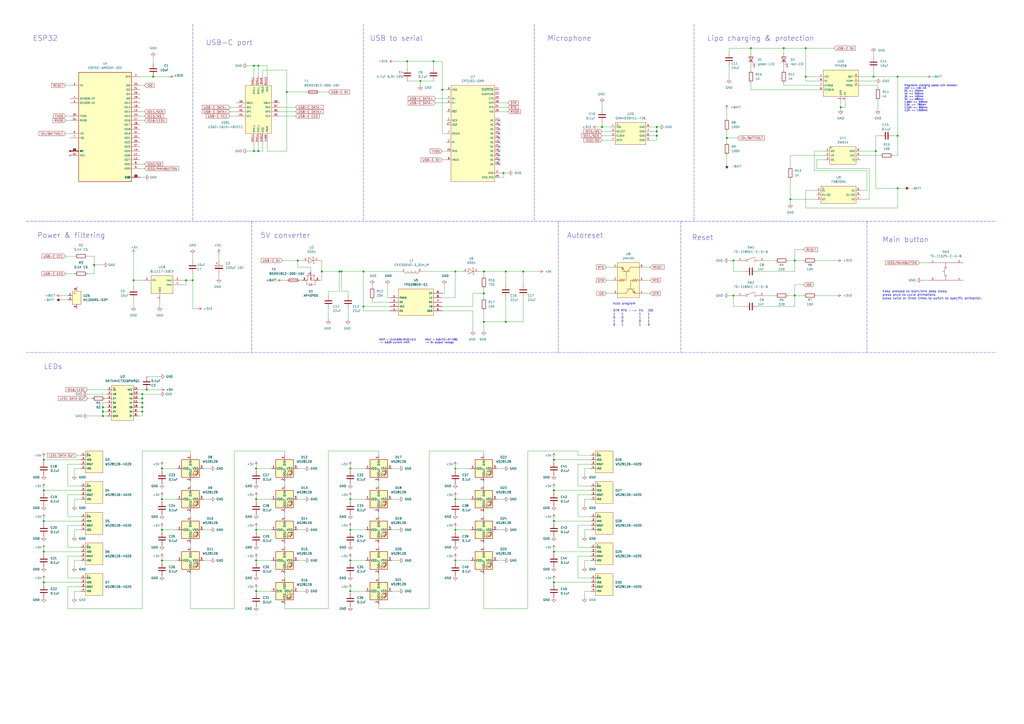
<source format=kicad_sch>
(kicad_sch (version 20211123) (generator eeschema)
  (paper "A2")
  (junction (at 292.1 100.33))
  (junction (at 454.66 27.94))
  (junction (at 203.2 342.9))
  (junction (at 93.98 289.56))
  (junction (at 520.7 109.22))
  (junction (at 381 76.2))
  (junction (at 264.16 325.12))
  (junction (at 198.12 157.48))
  (junction (at 210.82 157.48))
  (junction (at 82.55 236.22))
  (junction (at 321.31 320.04))
  (junction (at 82.55 231.14))
  (junction (at 280.67 186.69))
  (junction (at 25.4 320.04))
  (junction (at 148.59 289.56))
  (junction (at 520.7 78.74))
  (junction (at 93.98 271.78))
  (junction (at 467.36 44.45))
  (junction (at 54.61 153.67))
  (junction (at 487.68 62.23))
  (junction (at 203.2 307.34))
  (junction (at 381 73.66))
  (junction (at 148.59 342.9))
  (junction (at 148.59 307.34))
  (junction (at 435.61 27.94))
  (junction (at 264.16 271.78))
  (junction (at 321.31 266.7))
  (junction (at 148.59 271.78))
  (junction (at 321.31 284.48))
  (junction (at 264.16 157.48))
  (junction (at 186.69 157.48))
  (junction (at 467.36 27.94))
  (junction (at 149.86 38.1))
  (junction (at 321.31 302.26))
  (junction (at 149.86 87.63))
  (junction (at 203.2 289.56))
  (junction (at 280.67 157.48))
  (junction (at 166.37 53.34))
  (junction (at 147.32 38.1))
  (junction (at 421.64 80.01))
  (junction (at 25.4 284.48))
  (junction (at 236.22 35.56))
  (junction (at 77.47 162.56))
  (junction (at 506.73 44.45))
  (junction (at 203.2 325.12))
  (junction (at 251.46 35.56))
  (junction (at 148.59 325.12))
  (junction (at 243.84 46.99))
  (junction (at 508 87.63))
  (junction (at 461.01 171.45))
  (junction (at 264.16 289.56))
  (junction (at 425.45 171.45))
  (junction (at 458.47 115.57))
  (junction (at 25.4 337.82))
  (junction (at 82.55 233.68))
  (junction (at 293.37 186.69))
  (junction (at 461.01 151.13))
  (junction (at 59.69 236.22))
  (junction (at 425.45 151.13))
  (junction (at 520.7 44.45))
  (junction (at 59.69 241.3))
  (junction (at 256.54 52.07))
  (junction (at 203.2 271.78))
  (junction (at 111.76 162.56))
  (junction (at 264.16 307.34))
  (junction (at 172.72 151.13))
  (junction (at 107.95 162.56))
  (junction (at 349.25 73.66))
  (junction (at 82.55 238.76))
  (junction (at 25.4 266.7))
  (junction (at 93.98 307.34))
  (junction (at 303.53 157.48))
  (junction (at 147.32 87.63))
  (junction (at 293.37 157.48))
  (junction (at 85.09 226.06))
  (junction (at 321.31 337.82))
  (junction (at 210.82 177.8))
  (junction (at 381 78.74))
  (junction (at 280.67 170.18))
  (junction (at 82.55 228.6))
  (junction (at 59.69 238.76))
  (junction (at 25.4 302.26))
  (junction (at 196.85 157.48))
  (junction (at 93.98 325.12))
  (junction (at 88.9 44.45))
  (no_connect (at 289.56 82.55))
  (no_connect (at 289.56 95.25))
  (no_connect (at 289.56 90.17))
  (no_connect (at 289.56 80.01))
  (no_connect (at 289.56 85.09))
  (no_connect (at 289.56 69.85))
  (no_connect (at 289.56 77.47))
  (no_connect (at 289.56 87.63))
  (no_connect (at 289.56 92.71))
  (no_connect (at 289.56 74.93))
  (no_connect (at 289.56 72.39))
  (wire (pts (xy 289.56 59.69) (xy 294.64 59.69)))
  (wire (pts (xy 467.36 44.45) (xy 467.36 27.94)))
  (wire (pts (xy 152.4 40.64) (xy 166.37 40.64)))
  (wire (pts (xy 474.98 44.45) (xy 467.36 44.45)))
  (wire (pts (xy 25.4 337.82) (xy 25.4 339.09)))
  (wire (pts (xy 321.31 302.26) (xy 321.31 303.53)))
  (wire (pts (xy 321.31 266.7) (xy 321.31 267.97)))
  (wire (pts (xy 280.67 261.62) (xy 248.92 261.62)))
  (wire (pts (xy 59.69 238.76) (xy 59.69 236.22)))
  (wire (pts (xy 473.71 97.79) (xy 504.19 97.79)))
  (wire (pts (xy 203.2 289.56) (xy 212.09 289.56)))
  (wire (pts (xy 111.76 162.56) (xy 111.76 179.07)))
  (wire (pts (xy 467.36 110.49) (xy 473.71 110.49)))
  (wire (pts (xy 118.11 325.12) (xy 121.92 325.12)))
  (wire (pts (xy 185.42 53.34) (xy 190.5 53.34)))
  (wire (pts (xy 381 81.28) (xy 381 78.74)))
  (wire (pts (xy 177.8 53.34) (xy 166.37 53.34)))
  (wire (pts (xy 44.45 264.16) (xy 46.99 264.16)))
  (polyline (pts (xy 323.85 128.27) (xy 323.85 204.47)))
  (wire (pts (xy 203.2 288.29) (xy 203.2 289.56)))
  (wire (pts (xy 172.72 325.12) (xy 176.53 325.12)))
  (wire (pts (xy 196.85 157.48) (xy 198.12 157.48)))
  (wire (pts (xy 335.28 281.94) (xy 342.9 281.94)))
  (wire (pts (xy 339.09 325.12) (xy 339.09 328.93)))
  (wire (pts (xy 435.61 27.94) (xy 454.66 27.94)))
  (wire (pts (xy 186.69 157.48) (xy 196.85 157.48)))
  (wire (pts (xy 107.95 165.1) (xy 107.95 162.56)))
  (wire (pts (xy 165.1 332.74) (xy 165.1 335.28)))
  (wire (pts (xy 227.33 325.12) (xy 231.14 325.12)))
  (wire (pts (xy 163.83 151.13) (xy 172.72 151.13)))
  (wire (pts (xy 82.55 231.14) (xy 82.55 228.6)))
  (wire (pts (xy 236.22 46.99) (xy 243.84 46.99)))
  (wire (pts (xy 321.31 300.99) (xy 321.31 302.26)))
  (wire (pts (xy 110.49 297.18) (xy 110.49 299.72)))
  (wire (pts (xy 274.32 177.8) (xy 274.32 170.18)))
  (wire (pts (xy 257.81 170.18) (xy 257.81 165.1)))
  (wire (pts (xy 264.16 271.78) (xy 264.16 273.05)))
  (wire (pts (xy 288.29 289.56) (xy 292.1 289.56)))
  (wire (pts (xy 46.99 325.12) (xy 43.18 325.12)))
  (wire (pts (xy 256.54 180.34) (xy 274.32 180.34)))
  (wire (pts (xy 264.16 288.29) (xy 264.16 289.56)))
  (wire (pts (xy 201.93 179.07) (xy 201.93 185.42)))
  (wire (pts (xy 85.09 226.06) (xy 92.71 226.06)))
  (wire (pts (xy 351.79 170.18) (xy 355.6 170.18)))
  (wire (pts (xy 306.07 353.06) (xy 280.67 353.06)))
  (wire (pts (xy 335.28 335.28) (xy 342.9 335.28)))
  (wire (pts (xy 38.1 69.85) (xy 40.64 69.85)))
  (wire (pts (xy 219.71 332.74) (xy 219.71 335.28)))
  (wire (pts (xy 118.11 289.56) (xy 121.92 289.56)))
  (wire (pts (xy 162.56 64.77) (xy 171.45 64.77)))
  (wire (pts (xy 149.86 82.55) (xy 149.86 87.63)))
  (wire (pts (xy 39.37 353.06) (xy 82.55 353.06)))
  (wire (pts (xy 148.59 325.12) (xy 148.59 326.39)))
  (wire (pts (xy 487.68 62.23) (xy 487.68 63.5)))
  (wire (pts (xy 39.37 340.36) (xy 39.37 353.06)))
  (wire (pts (xy 105.41 165.1) (xy 107.95 165.1)))
  (wire (pts (xy 39.37 287.02) (xy 39.37 299.72)))
  (wire (pts (xy 354.33 73.66) (xy 349.25 73.66)))
  (wire (pts (xy 264.16 307.34) (xy 264.16 308.61)))
  (wire (pts (xy 349.25 73.66) (xy 346.71 73.66)))
  (wire (pts (xy 80.01 233.68) (xy 82.55 233.68)))
  (wire (pts (xy 520.7 109.22) (xy 508 109.22)))
  (polyline (pts (xy 210.82 13.97) (xy 210.82 128.27)))
  (wire (pts (xy 502.92 99.06) (xy 472.44 99.06)))
  (wire (pts (xy 478.79 90.17) (xy 458.47 90.17)))
  (wire (pts (xy 81.28 44.45) (xy 88.9 44.45)))
  (wire (pts (xy 203.2 270.51) (xy 203.2 271.78)))
  (wire (pts (xy 148.59 307.34) (xy 148.59 308.61)))
  (wire (pts (xy 259.08 77.47) (xy 256.54 77.47)))
  (wire (pts (xy 474.98 49.53) (xy 454.66 49.53)))
  (wire (pts (xy 39.37 322.58) (xy 39.37 335.28)))
  (wire (pts (xy 59.69 233.68) (xy 59.69 236.22)))
  (wire (pts (xy 59.69 241.3) (xy 62.23 241.3)))
  (wire (pts (xy 25.4 266.7) (xy 46.99 266.7)))
  (wire (pts (xy 349.25 81.28) (xy 354.33 81.28)))
  (wire (pts (xy 60.96 231.14) (xy 62.23 231.14)))
  (wire (pts (xy 288.29 271.78) (xy 292.1 271.78)))
  (wire (pts (xy 278.13 157.48) (xy 280.67 157.48)))
  (wire (pts (xy 38.1 158.75) (xy 43.18 158.75)))
  (wire (pts (xy 35.56 171.45) (xy 39.37 171.45)))
  (wire (pts (xy 289.56 62.23) (xy 294.64 62.23)))
  (wire (pts (xy 274.32 170.18) (xy 280.67 170.18)))
  (wire (pts (xy 321.31 265.43) (xy 321.31 266.7)))
  (wire (pts (xy 252.73 59.69) (xy 259.08 59.69)))
  (wire (pts (xy 227.33 289.56) (xy 231.14 289.56)))
  (wire (pts (xy 38.1 77.47) (xy 40.64 77.47)))
  (wire (pts (xy 520.7 44.45) (xy 537.21 44.45)))
  (wire (pts (xy 165.1 261.62) (xy 135.89 261.62)))
  (wire (pts (xy 203.2 325.12) (xy 212.09 325.12)))
  (wire (pts (xy 264.16 270.51) (xy 264.16 271.78)))
  (wire (pts (xy 166.37 40.64) (xy 166.37 53.34)))
  (wire (pts (xy 499.11 87.63) (xy 508 87.63)))
  (wire (pts (xy 373.38 170.18) (xy 377.19 170.18)))
  (wire (pts (xy 88.9 44.45) (xy 97.79 44.45)))
  (wire (pts (xy 478.79 92.71) (xy 473.71 92.71)))
  (wire (pts (xy 264.16 157.48) (xy 267.97 157.48)))
  (wire (pts (xy 377.19 73.66) (xy 381 73.66)))
  (wire (pts (xy 93.98 325.12) (xy 93.98 326.39)))
  (wire (pts (xy 280.67 157.48) (xy 293.37 157.48)))
  (wire (pts (xy 461.01 177.8) (xy 439.42 177.8)))
  (wire (pts (xy 425.45 157.48) (xy 425.45 151.13)))
  (wire (pts (xy 335.28 304.8) (xy 335.28 317.5)))
  (wire (pts (xy 54.61 148.59) (xy 54.61 153.67)))
  (wire (pts (xy 467.36 120.65) (xy 467.36 110.49)))
  (polyline (pts (xy 111.76 13.97) (xy 111.76 128.27)))
  (wire (pts (xy 154.94 87.63) (xy 166.37 87.63)))
  (wire (pts (xy 46.99 322.58) (xy 39.37 322.58)))
  (wire (pts (xy 236.22 35.56) (xy 236.22 39.37)))
  (wire (pts (xy 135.89 261.62) (xy 135.89 353.06)))
  (wire (pts (xy 251.46 35.56) (xy 256.54 35.56)))
  (wire (pts (xy 118.11 271.78) (xy 121.92 271.78)))
  (wire (pts (xy 303.53 172.72) (xy 303.53 186.69)))
  (wire (pts (xy 256.54 77.47) (xy 256.54 52.07)))
  (wire (pts (xy 520.7 78.74) (xy 520.7 90.17)))
  (wire (pts (xy 264.16 325.12) (xy 264.16 326.39)))
  (wire (pts (xy 148.59 323.85) (xy 148.59 325.12)))
  (wire (pts (xy 110.49 353.06) (xy 110.49 332.74)))
  (wire (pts (xy 149.86 38.1) (xy 154.94 38.1)))
  (wire (pts (xy 228.6 35.56) (xy 236.22 35.56)))
  (wire (pts (xy 180.34 154.94) (xy 172.72 154.94)))
  (wire (pts (xy 454.66 30.48) (xy 454.66 27.94)))
  (wire (pts (xy 349.25 76.2) (xy 354.33 76.2)))
  (wire (pts (xy 226.06 172.72) (xy 224.79 172.72)))
  (wire (pts (xy 280.67 297.18) (xy 280.67 299.72)))
  (polyline (pts (xy 402.59 13.97) (xy 402.59 128.27)))
  (wire (pts (xy 377.19 78.74) (xy 381 78.74)))
  (wire (pts (xy 46.99 287.02) (xy 39.37 287.02)))
  (wire (pts (xy 457.2 171.45) (xy 461.01 171.45)))
  (wire (pts (xy 293.37 157.48) (xy 303.53 157.48)))
  (wire (pts (xy 490.22 58.42) (xy 490.22 62.23)))
  (wire (pts (xy 82.55 261.62) (xy 110.49 261.62)))
  (wire (pts (xy 509.27 58.42) (xy 509.27 63.5)))
  (wire (pts (xy 458.47 90.17) (xy 458.47 96.52)))
  (wire (pts (xy 377.19 81.28) (xy 381 81.28)))
  (wire (pts (xy 172.72 307.34) (xy 176.53 307.34)))
  (wire (pts (xy 467.36 120.65) (xy 520.7 120.65)))
  (wire (pts (xy 520.7 44.45) (xy 520.7 78.74)))
  (wire (pts (xy 506.73 44.45) (xy 520.7 44.45)))
  (wire (pts (xy 39.37 281.94) (xy 46.99 281.94)))
  (wire (pts (xy 458.47 115.57) (xy 473.71 115.57)))
  (wire (pts (xy 252.73 57.15) (xy 259.08 57.15)))
  (wire (pts (xy 421.64 63.5) (xy 421.64 68.58)))
  (wire (pts (xy 203.2 307.34) (xy 212.09 307.34)))
  (wire (pts (xy 54.61 153.67) (xy 54.61 158.75)))
  (wire (pts (xy 105.41 162.56) (xy 107.95 162.56)))
  (wire (pts (xy 292.1 100.33) (xy 294.64 100.33)))
  (wire (pts (xy 381 73.66) (xy 382.27 73.66)))
  (wire (pts (xy 289.56 64.77) (xy 294.64 64.77)))
  (wire (pts (xy 43.18 325.12) (xy 43.18 328.93)))
  (wire (pts (xy 518.16 90.17) (xy 520.7 90.17)))
  (wire (pts (xy 289.56 100.33) (xy 292.1 100.33)))
  (wire (pts (xy 77.47 162.56) (xy 82.55 162.56)))
  (wire (pts (xy 25.4 336.55) (xy 25.4 337.82)))
  (wire (pts (xy 342.9 269.24) (xy 335.28 269.24)))
  (wire (pts (xy 219.71 279.4) (xy 219.71 281.94)))
  (wire (pts (xy 180.34 157.48) (xy 180.34 154.94)))
  (wire (pts (xy 93.98 271.78) (xy 102.87 271.78)))
  (wire (pts (xy 25.4 318.77) (xy 25.4 320.04)))
  (wire (pts (xy 219.71 353.06) (xy 219.71 350.52)))
  (wire (pts (xy 82.55 238.76) (xy 82.55 236.22)))
  (wire (pts (xy 172.72 151.13) (xy 175.26 151.13)))
  (wire (pts (xy 82.55 353.06) (xy 82.55 261.62)))
  (wire (pts (xy 335.28 287.02) (xy 335.28 299.72)))
  (wire (pts (xy 190.5 353.06) (xy 165.1 353.06)))
  (wire (pts (xy 85.09 218.44) (xy 92.71 218.44)))
  (wire (pts (xy 154.94 38.1) (xy 154.94 44.45)))
  (wire (pts (xy 110.49 261.62) (xy 110.49 264.16)))
  (wire (pts (xy 508 109.22) (xy 508 87.63)))
  (wire (pts (xy 190.5 171.45) (xy 190.5 168.91)))
  (wire (pts (xy 201.93 171.45) (xy 201.93 168.91)))
  (wire (pts (xy 111.76 179.07) (xy 114.3 179.07)))
  (wire (pts (xy 280.67 180.34) (xy 280.67 186.69)))
  (wire (pts (xy 148.59 271.78) (xy 148.59 273.05)))
  (wire (pts (xy 46.99 340.36) (xy 39.37 340.36)))
  (wire (pts (xy 339.09 289.56) (xy 339.09 293.37)))
  (wire (pts (xy 25.4 302.26) (xy 46.99 302.26)))
  (wire (pts (xy 172.72 154.94) (xy 172.72 151.13)))
  (wire (pts (xy 435.61 30.48) (xy 435.61 27.94)))
  (wire (pts (xy 219.71 261.62) (xy 190.5 261.62)))
  (polyline (pts (xy 15.24 128.27) (xy 577.85 128.27)))
  (wire (pts (xy 280.67 170.18) (xy 280.67 172.72)))
  (wire (pts (xy 449.58 151.13) (xy 443.23 151.13)))
  (wire (pts (xy 472.44 99.06) (xy 472.44 87.63)))
  (wire (pts (xy 50.8 158.75) (xy 54.61 158.75)))
  (wire (pts (xy 93.98 271.78) (xy 93.98 273.05)))
  (wire (pts (xy 351.79 162.56) (xy 355.6 162.56)))
  (wire (pts (xy 165.1 314.96) (xy 165.1 317.5)))
  (wire (pts (xy 198.12 168.91) (xy 198.12 157.48)))
  (wire (pts (xy 321.31 266.7) (xy 342.9 266.7)))
  (wire (pts (xy 303.53 165.1) (xy 303.53 157.48)))
  (polyline (pts (xy 146.05 128.27) (xy 146.05 204.47)))
  (wire (pts (xy 50.8 148.59) (xy 54.61 148.59)))
  (wire (pts (xy 39.37 299.72) (xy 46.99 299.72)))
  (wire (pts (xy 50.8 226.06) (xy 62.23 226.06)))
  (wire (pts (xy 82.55 241.3) (xy 82.55 238.76)))
  (wire (pts (xy 25.4 266.7) (xy 25.4 267.97)))
  (wire (pts (xy 196.85 168.91) (xy 196.85 157.48)))
  (wire (pts (xy 339.09 307.34) (xy 339.09 311.15)))
  (wire (pts (xy 210.82 180.34) (xy 226.06 180.34)))
  (wire (pts (xy 458.47 115.57) (xy 458.47 118.11)))
  (wire (pts (xy 243.84 46.99) (xy 251.46 46.99)))
  (wire (pts (xy 203.2 271.78) (xy 212.09 271.78)))
  (wire (pts (xy 25.4 284.48) (xy 46.99 284.48)))
  (wire (pts (xy 162.56 67.31) (xy 171.45 67.31)))
  (wire (pts (xy 118.11 307.34) (xy 121.92 307.34)))
  (wire (pts (xy 335.28 317.5) (xy 342.9 317.5)))
  (wire (pts (xy 339.09 271.78) (xy 339.09 275.59)))
  (wire (pts (xy 461.01 165.1) (xy 466.09 165.1)))
  (wire (pts (xy 165.1 264.16) (xy 165.1 261.62)))
  (wire (pts (xy 335.28 269.24) (xy 335.28 281.94)))
  (polyline (pts (xy 309.88 13.97) (xy 309.88 128.27)))
  (wire (pts (xy 227.33 271.78) (xy 231.14 271.78)))
  (wire (pts (xy 147.32 82.55) (xy 147.32 87.63)))
  (wire (pts (xy 148.59 270.51) (xy 148.59 271.78)))
  (wire (pts (xy 342.9 307.34) (xy 339.09 307.34)))
  (wire (pts (xy 198.12 157.48) (xy 210.82 157.48)))
  (wire (pts (xy 342.9 271.78) (xy 339.09 271.78)))
  (wire (pts (xy 248.92 261.62) (xy 248.92 353.06)))
  (wire (pts (xy 422.91 27.94) (xy 435.61 27.94)))
  (wire (pts (xy 165.1 297.18) (xy 165.1 299.72)))
  (wire (pts (xy 93.98 289.56) (xy 102.87 289.56)))
  (polyline (pts (xy 394.97 128.27) (xy 394.97 204.47)))
  (wire (pts (xy 186.69 157.48) (xy 186.69 162.56)))
  (wire (pts (xy 149.86 44.45) (xy 149.86 38.1)))
  (wire (pts (xy 186.69 151.13) (xy 186.69 157.48)))
  (wire (pts (xy 203.2 323.85) (xy 203.2 325.12)))
  (wire (pts (xy 422.91 171.45) (xy 425.45 171.45)))
  (wire (pts (xy 243.84 157.48) (xy 264.16 157.48)))
  (wire (pts (xy 148.59 289.56) (xy 157.48 289.56)))
  (wire (pts (xy 215.9 175.26) (xy 215.9 173.99)))
  (wire (pts (xy 251.46 35.56) (xy 251.46 39.37)))
  (wire (pts (xy 50.8 228.6) (xy 62.23 228.6)))
  (wire (pts (xy 236.22 35.56) (xy 251.46 35.56)))
  (wire (pts (xy 82.55 228.6) (xy 92.71 228.6)))
  (wire (pts (xy 133.35 64.77) (xy 137.16 64.77)))
  (wire (pts (xy 293.37 172.72) (xy 293.37 186.69)))
  (wire (pts (xy 280.67 279.4) (xy 280.67 281.94)))
  (wire (pts (xy 497.84 46.99) (xy 508 46.99)))
  (wire (pts (xy 508 78.74) (xy 508 87.63)))
  (wire (pts (xy 148.59 342.9) (xy 148.59 344.17)))
  (wire (pts (xy 93.98 288.29) (xy 93.98 289.56)))
  (wire (pts (xy 342.9 289.56) (xy 339.09 289.56)))
  (wire (pts (xy 502.92 110.49) (xy 502.92 99.06)))
  (wire (pts (xy 256.54 87.63) (xy 259.08 87.63)))
  (wire (pts (xy 335.28 264.16) (xy 335.28 261.62)))
  (wire (pts (xy 248.92 353.06) (xy 219.71 353.06)))
  (wire (pts (xy 148.59 325.12) (xy 157.48 325.12)))
  (wire (pts (xy 280.67 353.06) (xy 280.67 332.74)))
  (wire (pts (xy 203.2 289.56) (xy 203.2 290.83)))
  (wire (pts (xy 510.54 78.74) (xy 508 78.74)))
  (wire (pts (xy 342.9 325.12) (xy 339.09 325.12)))
  (wire (pts (xy 25.4 320.04) (xy 46.99 320.04)))
  (wire (pts (xy 80.01 231.14) (xy 82.55 231.14)))
  (wire (pts (xy 435.61 52.07) (xy 474.98 52.07)))
  (wire (pts (xy 83.82 67.31) (xy 81.28 67.31)))
  (wire (pts (xy 264.16 172.72) (xy 264.16 157.48)))
  (wire (pts (xy 190.5 261.62) (xy 190.5 353.06)))
  (wire (pts (xy 264.16 323.85) (xy 264.16 325.12)))
  (wire (pts (xy 25.4 265.43) (xy 25.4 266.7)))
  (wire (pts (xy 46.99 289.56) (xy 43.18 289.56)))
  (wire (pts (xy 25.4 300.99) (xy 25.4 302.26)))
  (wire (pts (xy 422.91 30.48) (xy 422.91 27.94)))
  (wire (pts (xy 59.69 238.76) (xy 59.69 241.3)))
  (wire (pts (xy 473.71 92.71) (xy 473.71 97.79)))
  (wire (pts (xy 264.16 289.56) (xy 264.16 290.83)))
  (wire (pts (xy 83.82 69.85) (xy 81.28 69.85)))
  (wire (pts (xy 39.37 317.5) (xy 46.99 317.5)))
  (wire (pts (xy 421.64 80.01) (xy 427.99 80.01)))
  (wire (pts (xy 43.18 271.78) (xy 43.18 275.59)))
  (wire (pts (xy 203.2 306.07) (xy 203.2 307.34)))
  (wire (pts (xy 487.68 58.42) (xy 487.68 62.23)))
  (wire (pts (xy 499.11 110.49) (xy 502.92 110.49)))
  (wire (pts (xy 435.61 48.26) (xy 435.61 52.07)))
  (wire (pts (xy 335.28 322.58) (xy 335.28 335.28)))
  (wire (pts (xy 201.93 168.91) (xy 198.12 168.91)))
  (wire (pts (xy 92.71 175.26) (xy 92.71 177.8)))
  (wire (pts (xy 219.71 297.18) (xy 219.71 299.72)))
  (wire (pts (xy 288.29 307.34) (xy 292.1 307.34)))
  (wire (pts (xy 461.01 157.48) (xy 439.42 157.48)))
  (wire (pts (xy 93.98 306.07) (xy 93.98 307.34)))
  (wire (pts (xy 518.16 78.74) (xy 520.7 78.74)))
  (wire (pts (xy 82.55 236.22) (xy 82.55 233.68)))
  (wire (pts (xy 461.01 151.13) (xy 461.01 144.78)))
  (wire (pts (xy 280.67 157.48) (xy 280.67 160.02)))
  (wire (pts (xy 280.67 314.96) (xy 280.67 317.5)))
  (wire (pts (xy 148.59 307.34) (xy 157.48 307.34)))
  (wire (pts (xy 321.31 302.26) (xy 342.9 302.26)))
  (wire (pts (xy 473.71 151.13) (xy 485.14 151.13)))
  (wire (pts (xy 435.61 38.1) (xy 435.61 40.64)))
  (wire (pts (xy 210.82 177.8) (xy 210.82 157.48)))
  (wire (pts (xy 166.37 53.34) (xy 166.37 87.63)))
  (wire (pts (xy 422.91 151.13) (xy 425.45 151.13)))
  (wire (pts (xy 288.29 325.12) (xy 292.1 325.12)))
  (wire (pts (xy 289.56 102.87) (xy 292.1 102.87)))
  (wire (pts (xy 321.31 318.77) (xy 321.31 320.04)))
  (wire (pts (xy 80.01 226.06) (xy 85.09 226.06)))
  (wire (pts (xy 466.09 171.45) (xy 461.01 171.45)))
  (wire (pts (xy 50.8 231.14) (xy 53.34 231.14)))
  (wire (pts (xy 342.9 322.58) (xy 335.28 322.58)))
  (wire (pts (xy 93.98 307.34) (xy 102.87 307.34)))
  (wire (pts (xy 256.54 92.71) (xy 259.08 92.71)))
  (wire (pts (xy 62.23 236.22) (xy 59.69 236.22)))
  (wire (pts (xy 25.4 320.04) (xy 25.4 321.31)))
  (wire (pts (xy 449.58 171.45) (xy 443.23 171.45)))
  (polyline (pts (xy 502.92 128.27) (xy 502.92 204.47)))
  (wire (pts (xy 203.2 271.78) (xy 203.2 273.05)))
  (wire (pts (xy 454.66 38.1) (xy 454.66 40.64)))
  (wire (pts (xy 381 78.74) (xy 381 76.2)))
  (wire (pts (xy 186.69 162.56) (xy 185.42 162.56)))
  (wire (pts (xy 256.54 170.18) (xy 257.81 170.18)))
  (wire (pts (xy 321.31 283.21) (xy 321.31 284.48)))
  (wire (pts (xy 303.53 186.69) (xy 293.37 186.69)))
  (wire (pts (xy 77.47 147.32) (xy 77.47 162.56)))
  (wire (pts (xy 226.06 175.26) (xy 215.9 175.26)))
  (wire (pts (xy 38.1 67.31) (xy 40.64 67.31)))
  (wire (pts (xy 534.67 162.56) (xy 538.48 162.56)))
  (wire (pts (xy 147.32 38.1) (xy 147.32 44.45)))
  (wire (pts (xy 227.33 342.9) (xy 231.14 342.9)))
  (wire (pts (xy 35.56 173.99) (xy 39.37 173.99)))
  (wire (pts (xy 80.01 238.76) (xy 82.55 238.76)))
  (wire (pts (xy 342.9 287.02) (xy 335.28 287.02)))
  (wire (pts (xy 43.18 289.56) (xy 43.18 293.37)))
  (wire (pts (xy 306.07 261.62) (xy 306.07 353.06)))
  (wire (pts (xy 46.99 271.78) (xy 43.18 271.78)))
  (wire (pts (xy 335.28 299.72) (xy 342.9 299.72)))
  (wire (pts (xy 461.01 151.13) (xy 461.01 157.48)))
  (wire (pts (xy 504.19 97.79) (xy 504.19 115.57)))
  (wire (pts (xy 339.09 342.9) (xy 339.09 346.71)))
  (wire (pts (xy 264.16 271.78) (xy 273.05 271.78)))
  (wire (pts (xy 243.84 46.99) (xy 243.84 49.53)))
  (wire (pts (xy 499.11 115.57) (xy 504.19 115.57)))
  (wire (pts (xy 133.35 62.23) (xy 137.16 62.23)))
  (wire (pts (xy 256.54 35.56) (xy 256.54 52.07)))
  (wire (pts (xy 203.2 307.34) (xy 203.2 308.61)))
  (wire (pts (xy 148.59 341.63) (xy 148.59 342.9)))
  (wire (pts (xy 373.38 162.56) (xy 377.19 162.56)))
  (wire (pts (xy 454.66 27.94) (xy 467.36 27.94)))
  (wire (pts (xy 226.06 177.8) (xy 210.82 177.8)))
  (wire (pts (xy 80.01 241.3) (xy 82.55 241.3)))
  (wire (pts (xy 215.9 166.37) (xy 215.9 165.1)))
  (wire (pts (xy 38.1 49.53) (xy 40.64 49.53)))
  (wire (pts (xy 431.8 177.8) (xy 425.45 177.8)))
  (wire (pts (xy 349.25 78.74) (xy 354.33 78.74)))
  (wire (pts (xy 256.54 177.8) (xy 274.32 177.8)))
  (wire (pts (xy 93.98 325.12) (xy 102.87 325.12)))
  (wire (pts (xy 497.84 49.53) (xy 509.27 49.53)))
  (wire (pts (xy 256.54 52.07) (xy 259.08 52.07)))
  (wire (pts (xy 77.47 162.56) (xy 77.47 166.37)))
  (wire (pts (xy 93.98 270.51) (xy 93.98 271.78)))
  (wire (pts (xy 147.32 87.63) (xy 143.51 87.63)))
  (wire (pts (xy 43.18 342.9) (xy 43.18 346.71)))
  (wire (pts (xy 219.71 314.96) (xy 219.71 317.5)))
  (wire (pts (xy 77.47 173.99) (xy 77.47 177.8)))
  (wire (pts (xy 46.99 307.34) (xy 43.18 307.34)))
  (wire (pts (xy 227.33 307.34) (xy 231.14 307.34)))
  (wire (pts (xy 107.95 162.56) (xy 111.76 162.56)))
  (polyline (pts (xy 15.24 204.47) (xy 577.85 204.47)))
  (wire (pts (xy 83.82 64.77) (xy 81.28 64.77)))
  (wire (pts (xy 256.54 172.72) (xy 264.16 172.72)))
  (wire (pts (xy 466.09 151.13) (xy 461.01 151.13)))
  (wire (pts (xy 342.9 342.9) (xy 339.09 342.9)))
  (wire (pts (xy 421.64 80.01) (xy 421.64 82.55)))
  (wire (pts (xy 143.51 38.1) (xy 147.32 38.1)))
  (wire (pts (xy 461.01 171.45) (xy 461.01 177.8)))
  (wire (pts (xy 342.9 304.8) (xy 335.28 304.8)))
  (wire (pts (xy 172.72 342.9) (xy 176.53 342.9)))
  (wire (pts (xy 520.7 120.65) (xy 520.7 109.22)))
  (wire (pts (xy 431.8 157.48) (xy 425.45 157.48)))
  (wire (pts (xy 148.59 288.29) (xy 148.59 289.56)))
  (wire (pts (xy 190.5 179.07) (xy 190.5 185.42)))
  (wire (pts (xy 185.42 151.13) (xy 186.69 151.13)))
  (wire (pts (xy 373.38 154.94) (xy 377.19 154.94)))
  (wire (pts (xy 163.83 162.56) (xy 166.37 162.56)))
  (wire (pts (xy 83.82 97.79) (xy 81.28 97.79)))
  (wire (pts (xy 264.16 307.34) (xy 273.05 307.34)))
  (wire (pts (xy 506.73 44.45) (xy 506.73 40.64)))
  (wire (pts (xy 83.82 102.87) (xy 81.28 102.87)))
  (wire (pts (xy 190.5 168.91) (xy 196.85 168.91)))
  (wire (pts (xy 321.31 320.04) (xy 342.9 320.04)))
  (wire (pts (xy 224.79 172.72) (xy 224.79 165.1)))
  (wire (pts (xy 264.16 306.07) (xy 264.16 307.34)))
  (wire (pts (xy 162.56 62.23) (xy 171.45 62.23)))
  (wire (pts (xy 39.37 304.8) (xy 39.37 317.5)))
  (wire (pts (xy 25.4 337.82) (xy 46.99 337.82)))
  (wire (pts (xy 110.49 279.4) (xy 110.49 281.94)))
  (wire (pts (xy 461.01 144.78) (xy 466.09 144.78)))
  (wire (pts (xy 203.2 325.12) (xy 203.2 326.39)))
  (wire (pts (xy 321.31 284.48) (xy 321.31 285.75)))
  (wire (pts (xy 499.11 90.17) (xy 510.54 90.17)))
  (wire (pts (xy 474.98 46.99) (xy 467.36 46.99)))
  (wire (pts (xy 152.4 87.63) (xy 149.86 87.63)))
  (wire (pts (xy 472.44 87.63) (xy 478.79 87.63)))
  (wire (pts (xy 80.01 228.6) (xy 82.55 228.6)))
  (wire (pts (xy 342.9 264.16) (xy 335.28 264.16)))
  (wire (pts (xy 127 158.75) (xy 127 161.29)))
  (wire (pts (xy 82.55 233.68) (xy 82.55 231.14)))
  (wire (pts (xy 321.31 320.04) (xy 321.31 321.31)))
  (wire (pts (xy 538.48 152.4) (xy 533.4 152.4)))
  (wire (pts (xy 421.64 90.17) (xy 421.64 95.25)))
  (wire (pts (xy 425.45 171.45) (xy 427.99 171.45)))
  (wire (pts (xy 467.36 46.99) (xy 467.36 44.45)))
  (wire (pts (xy 25.4 283.21) (xy 25.4 284.48)))
  (wire (pts (xy 154.94 82.55) (xy 154.94 87.63)))
  (wire (pts (xy 458.47 104.14) (xy 458.47 115.57)))
  (wire (pts (xy 39.37 269.24) (xy 39.37 281.94)))
  (wire (pts (xy 454.66 49.53) (xy 454.66 48.26)))
  (wire (pts (xy 93.98 289.56) (xy 93.98 290.83)))
  (wire (pts (xy 50.8 241.3) (xy 59.69 241.3)))
  (wire (pts (xy 165.1 353.06) (xy 165.1 350.52)))
  (wire (pts (xy 110.49 314.96) (xy 110.49 317.5)))
  (wire (pts (xy 303.53 157.48) (xy 312.42 157.48)))
  (wire (pts (xy 148.59 306.07) (xy 148.59 307.34)))
  (wire (pts (xy 25.4 302.26) (xy 25.4 303.53)))
  (wire (pts (xy 148.59 271.78) (xy 157.48 271.78)))
  (wire (pts (xy 425.45 151.13) (xy 427.99 151.13)))
  (wire (pts (xy 461.01 171.45) (xy 461.01 165.1)))
  (wire (pts (xy 93.98 323.85) (xy 93.98 325.12)))
  (wire (pts (xy 381 76.2) (xy 381 73.66)))
  (wire (pts (xy 149.86 87.63) (xy 147.32 87.63)))
  (wire (pts (xy 210.82 157.48) (xy 233.68 157.48)))
  (wire (pts (xy 349.25 71.12) (xy 349.25 73.66)))
  (wire (pts (xy 490.22 62.23) (xy 487.68 62.23)))
  (wire (pts (xy 111.76 151.13) (xy 111.76 147.32)))
  (wire (pts (xy 524.51 109.22) (xy 520.7 109.22)))
  (wire (pts (xy 280.67 186.69) (xy 280.67 191.77)))
  (wire (pts (xy 80.01 236.22) (xy 82.55 236.22)))
  (wire (pts (xy 88.9 33.02) (xy 88.9 36.83)))
  (wire (pts (xy 219.71 264.16) (xy 219.71 261.62)))
  (wire (pts (xy 83.82 95.25) (xy 81.28 95.25)))
  (wire (pts (xy 203.2 342.9) (xy 212.09 342.9)))
  (wire (pts (xy 62.23 238.76) (xy 59.69 238.76)))
  (wire (pts (xy 280.67 170.18) (xy 280.67 167.64)))
  (wire (pts (xy 46.99 304.8) (xy 39.37 304.8)))
  (wire (pts (xy 321.31 337.82) (xy 342.9 337.82)))
  (wire (pts (xy 293.37 157.48) (xy 293.37 165.1)))
  (wire (pts (xy 425.45 177.8) (xy 425.45 171.45)))
  (wire (pts (xy 83.82 49.53) (xy 81.28 49.53)))
  (wire (pts (xy 210.82 180.34) (xy 210.82 177.8)))
  (wire (pts (xy 152.4 82.55) (xy 152.4 87.63)))
  (wire (pts (xy 509.27 49.53) (xy 509.27 50.8)))
  (wire (pts (xy 54.61 153.67) (xy 59.69 153.67)))
  (wire (pts (xy 467.36 27.94) (xy 483.87 27.94)))
  (wire (pts (xy 280.67 264.16) (xy 280.67 261.62)))
  (wire (pts (xy 46.99 269.24) (xy 39.37 269.24)))
  (wire (pts (xy 93.98 307.34) (xy 93.98 308.61)))
  (wire (pts (xy 46.99 342.9) (xy 43.18 342.9)))
  (wire (pts (xy 25.4 284.48) (xy 25.4 285.75)))
  (wire (pts (xy 203.2 341.63) (xy 203.2 342.9)))
  (wire (pts (xy 421.64 76.2) (xy 421.64 80.01)))
  (wire (pts (xy 321.31 337.82) (xy 321.31 339.09)))
  (wire (pts (xy 203.2 342.9) (xy 203.2 344.17)))
  (wire (pts (xy 39.37 335.28) (xy 46.99 335.28)))
  (wire (pts (xy 147.32 38.1) (xy 149.86 38.1)))
  (wire (pts (xy 127 147.32) (xy 127 151.13)))
  (wire (pts (xy 321.31 284.48) (xy 342.9 284.48)))
  (wire (pts (xy 292.1 102.87) (xy 292.1 100.33)))
  (wire (pts (xy 422.91 38.1) (xy 422.91 45.72)))
  (wire (pts (xy 351.79 154.94) (xy 355.6 154.94)))
  (wire (pts (xy 172.72 289.56) (xy 176.53 289.56)))
  (wire (pts (xy 62.23 233.68) (xy 59.69 233.68)))
  (wire (pts (xy 293.37 186.69) (xy 280.67 186.69)))
  (wire (pts (xy 349.25 59.69) (xy 349.25 63.5)))
  (wire (pts (xy 148.59 342.9) (xy 157.48 342.9)))
  (wire (pts (xy 148.59 289.56) (xy 148.59 290.83)))
  (wire (pts (xy 137.16 67.31) (xy 133.35 67.31)))
  (wire (pts (xy 335.28 261.62) (xy 306.07 261.62)))
  (wire (pts (xy 111.76 162.56) (xy 111.76 158.75)))
  (wire (pts (xy 43.18 307.34) (xy 43.18 311.15)))
  (wire (pts (xy 321.31 336.55) (xy 321.31 337.82)))
  (wire (pts (xy 172.72 271.78) (xy 176.53 271.78)))
  (wire (pts (xy 38.1 148.59) (xy 43.18 148.59)))
  (wire (pts (xy 264.16 325.12) (xy 273.05 325.12)))
  (wire (pts (xy 497.84 44.45) (xy 506.73 44.45)))
  (wire (pts (xy 152.4 44.45) (xy 152.4 40.64)))
  (wire (pts (xy 506.73 30.48) (xy 506.73 33.02)))
  (wire (pts (xy 473.71 171.45) (xy 485.14 171.45)))
  (wire (pts (xy 165.1 279.4) (xy 165.1 281.94)))
  (wire (pts (xy 274.32 180.34) (xy 274.32 191.77)))
  (wire (pts (xy 173.99 162.56) (xy 175.26 162.56)))
  (wire (pts (xy 135.89 353.06) (xy 110.49 353.06)))
  (wire (pts (xy 457.2 151.13) (xy 461.01 151.13)))
  (wire (pts (xy 377.19 76.2) (xy 381 76.2)))
  (wire (pts (xy 264.16 289.56) (xy 273.05 289.56)))
  (text "5V converter" (at 151.13 138.43 0) (effects (font (size 3 3)) (justify left bottom)))
  (text "Auto program\n\nDTR RTS -->	EN 	IO0\n1	1		1	1\n0	0		1	1\n1	0		0	1\n0	1		1	0" (at 355.6 189.23 0) (effects (font (size 1.27 1.27)) (justify left bottom)))
  (text "Autoreset" (at 328.93 138.43 0) (effects (font (size 3 3)) (justify left bottom)))
  (text "Programm charging speed with resistor:\n10K => 130 mA \n5K => 250mA\n4K => 300mA\n3K => 400mA \n2K => 580mA \n1.66K => 690mA\n1.5K => 780mA \n1.33K => 900mA\n1.2K => 1000mA" (at 524.51 64.77 0) (effects (font (size 1 1)) (justify left bottom)))
  (text "VOUT = 0.6V*(1+R7/R8)\n-> 5V output voltage" (at 246.38 199.39 0) (effects (font (size 1 1)) (justify left bottom)))
  (text "USB to serial" (at 214.63 24.13 0) (effects (font (size 3 3)) (justify left bottom)))
  (text "Reset" (at 401.32 139.7 0) (effects (font (size 3 3)) (justify left bottom)))
  (text "USB-C port" (at 119.38 26.67 0) (effects (font (size 3 3)) (justify left bottom)))
  (text "Lipo charging & protection" (at 410.21 24.13 0) (effects (font (size 3 3)) (justify left bottom)))
  (text "Keep pressed to start/end deep sleep, \npress once to cycle animations, \npress twice or three times to switch to specific animation." (at 511.81 173.99 0) (effects (font (size 1.27 1.27)) (justify left bottom)))
  (text "Power & filtering" (at 21.59 138.43 0) (effects (font (size 3 3)) (justify left bottom)))
  (text "Main button" (at 511.81 140.97 0) (effects (font (size 3 3)) (justify left bottom)))
  (text "ESP32" (at 19.05 24.13 0) (effects (font (size 3 3)) (justify left bottom)))
  (text "IOCP = (110.000/R10)+0.3\n-> 3.63A current limit" (at 219.71 199.39 0) (effects (font (size 1 1)) (justify left bottom)))
  (text "LEDs" (at 25.4 214.6299 0) (effects (font (size 3 3)) (justify left bottom)))
  (text "Microphone" (at 317.5 24.13 0) (effects (font (size 3 3)) (justify left bottom)))
  (global_label "TXD0" (shape input) (at 256.54 87.63 180) (property "Intersheet References" "${INTERSHEET_REFS}" (effects hide)))
  (global_label "RXD0" (shape input) (at 294.64 64.77 0) (property "Intersheet References" "${INTERSHEET_REFS}" (effects hide)))
  (global_label "RTS" (shape input) (at 377.19 162.56 0) (property "Intersheet References" "${INTERSHEET_REFS}" (effects hide)))
  (global_label "USB-C CC2" (shape input) (at 171.45 67.31 0) (property "Intersheet References" "${INTERSHEET_REFS}" (effects hide)))
  (global_label "RTS" (shape input) (at 294.64 62.23 0) (property "Intersheet References" "${INTERSHEET_REFS}" (effects hide)))
  (global_label "IO14{slash}SCK" (shape input) (at 83.82 64.77 0) (property "Intersheet References" "${INTERSHEET_REFS}" (effects hide)))
  (global_label "USB-C CC1" (shape input) (at 38.1 148.59 180) (property "Intersheet References" "${INTERSHEET_REFS}" (effects hide)))
  (global_label "IO16{slash}LED1" (shape input) (at 50.8 226.06 180) (property "Intersheet References" "${INTERSHEET_REFS}" (effects hide)))
  (global_label "RESET" (shape input) (at 38.1 49.53 180) (property "Intersheet References" "${INTERSHEET_REFS}" (effects hide)))
  (global_label "IO33{slash}MAINBUTTON" (shape input) (at 83.82 97.79 0) (property "Intersheet References" "${INTERSHEET_REFS}" (effects hide)))
  (global_label "RXD0" (shape input) (at 38.1 69.85 180) (property "Intersheet References" "${INTERSHEET_REFS}" (effects hide)))
  (global_label "IO32{slash}SD" (shape input) (at 349.25 81.28 180) (property "Intersheet References" "${INTERSHEET_REFS}" (effects hide)))
  (global_label "RESET" (shape input) (at 466.09 144.78 0) (property "Intersheet References" "${INTERSHEET_REFS}" (effects hide)))
  (global_label "IO16{slash}LED1" (shape input) (at 83.82 69.85 0) (property "Intersheet References" "${INTERSHEET_REFS}" (effects hide)))
  (global_label "IO14{slash}SCK" (shape input) (at 349.25 78.74 180) (property "Intersheet References" "${INTERSHEET_REFS}" (effects hide)))
  (global_label "USB-C 5V" (shape input) (at 256.54 92.71 180) (property "Intersheet References" "${INTERSHEET_REFS}" (effects hide)))
  (global_label "USB-C CC2" (shape input) (at 38.1 158.75 180) (property "Intersheet References" "${INTERSHEET_REFS}" (effects hide)))
  (global_label "IO32{slash}SD" (shape input) (at 83.82 95.25 0) (property "Intersheet References" "${INTERSHEET_REFS}" (effects hide)))
  (global_label "IO0" (shape input) (at 466.09 165.1 0) (property "Intersheet References" "${INTERSHEET_REFS}" (effects hide)))
  (global_label "IO0" (shape input) (at 351.79 170.18 180) (property "Intersheet References" "${INTERSHEET_REFS}" (effects hide)))
  (global_label "IO15{slash}WS" (shape input) (at 349.25 76.2 180) (property "Intersheet References" "${INTERSHEET_REFS}" (effects hide)))
  (global_label "IO33{slash}MAINBUTTON" (shape input) (at 533.4 152.4 180) (property "Intersheet References" "${INTERSHEET_REFS}" (effects hide)))
  (global_label "DTR" (shape input) (at 351.79 162.56 180) (property "Intersheet References" "${INTERSHEET_REFS}" (effects hide)))
  (global_label "RESET" (shape input) (at 377.19 154.94 0) (property "Intersheet References" "${INTERSHEET_REFS}" (effects hide)))
  (global_label "RTS" (shape input) (at 351.79 154.94 180) (property "Intersheet References" "${INTERSHEET_REFS}" (effects hide)))
  (global_label "USB-C DATA+" (shape input) (at 133.35 64.77 180) (property "Intersheet References" "${INTERSHEET_REFS}" (effects hide)))
  (global_label "I34{slash}BATTVOLT" (shape input) (at 427.99 80.01 0) (property "Intersheet References" "${INTERSHEET_REFS}" (effects hide)))
  (global_label "USB-C DATA-" (shape input) (at 252.73 59.69 180) (property "Intersheet References" "${INTERSHEET_REFS}" (effects hide)))
  (global_label "DTR" (shape input) (at 377.19 170.18 0) (property "Intersheet References" "${INTERSHEET_REFS}" (effects hide)))
  (global_label "USB-C 5V" (shape input) (at 163.83 151.13 180) (property "Intersheet References" "${INTERSHEET_REFS}" (effects hide)))
  (global_label "IO0" (shape input) (at 83.82 49.53 0) (property "Intersheet References" "${INTERSHEET_REFS}" (effects hide)))
  (global_label "USB-C CC1" (shape input) (at 133.35 67.31 180) (property "Intersheet References" "${INTERSHEET_REFS}" (effects hide)))
  (global_label "USB-C DATA-" (shape input) (at 133.35 62.23 180) (property "Intersheet References" "${INTERSHEET_REFS}" (effects hide)))
  (global_label "DTR" (shape input) (at 294.64 59.69 0) (property "Intersheet References" "${INTERSHEET_REFS}" (effects hide)))
  (global_label "USB-C DATA-" (shape input) (at 171.45 62.23 0) (property "Intersheet References" "${INTERSHEET_REFS}" (effects hide)))
  (global_label "USB-C 5V" (shape input) (at 483.87 27.94 0) (property "Intersheet References" "${INTERSHEET_REFS}" (effects hide)))
  (global_label "USB-C 5V" (shape input) (at 190.5 53.34 0) (property "Intersheet References" "${INTERSHEET_REFS}" (effects hide)))
  (global_label "I34{slash}BATTVOLT" (shape input) (at 38.1 77.47 180) (property "Intersheet References" "${INTERSHEET_REFS}" (effects hide)))
  (global_label "TXD0" (shape input) (at 38.1 67.31 180) (property "Intersheet References" "${INTERSHEET_REFS}" (effects hide)))
  (global_label "LED1 DATA OUT" (shape input) (at 50.8 231.14 180) (property "Intersheet References" "${INTERSHEET_REFS}" (effects hide)))
  (global_label "USB-C DATA+" (shape input) (at 252.73 57.15 180) (property "Intersheet References" "${INTERSHEET_REFS}" (effects hide)))
  (global_label "LED1 DATA OUT" (shape input) (at 44.45 264.16 180) (property "Intersheet References" "${INTERSHEET_REFS}" (effects hide)))
  (global_label "IO15{slash}WS" (shape input) (at 83.82 67.31 0) (property "Intersheet References" "${INTERSHEET_REFS}" (effects hide)))
  (global_label "USB-C DATA+" (shape input) (at 171.45 64.77 0) (property "Intersheet References" "${INTERSHEET_REFS}" (effects hide)))
  (symbol (lib_id "power:GND") (at 148.59 316.23 0) (unit 1)
    (property "Reference" "#PWR0180" (effects hide))
    (property "Value" "GND" (at 142.24 317.5 0) (effects (justify left)))
  )
  (symbol (lib_id "Device:5.1K 1% 0603") (at 46.99 148.59 270) (unit 1)
    (property "Reference" "R2" (at 46.99 142.24 90))
    (property "Value" "5.1K 1%" (at 46.99 144.78 90))
    (property "Footprint" "Resistor_SMD:R_0603_1608Metric_Pad0.98x0.95mm_HandSolder" (effects hide))
    (property "LCSC Part #" "C23186" (effects hide))
  )
  (symbol (lib_id "Device:C") (at 321.31 289.56 0) (unit 1)
    (property "Reference" "C42" (at 325.12 288.2899 0) (effects (justify left)))
    (property "Value" "0.1uf" (at 325.12 290.8299 0) (effects (justify left)))
    (property "Footprint" "Capacitor_SMD:C_0603_1608Metric_Pad1.08x0.95mm_HandSolder" (effects hide))
  )
  (symbol (lib_id "Device:0.1uF_0603") (at 251.46 43.18 0) (unit 1)
    (property "Reference" "C6" (at 242.57 41.91 0) (effects (justify left)))
    (property "Value" "0.1uF" (at 242.57 44.45 0) (effects (justify left)))
    (property "Footprint" "Capacitor_SMD:C_0603_1608Metric_Pad1.08x0.95mm_HandSolder" (effects hide))
    (property "LCSC Part #" "C14663" (effects hide))
  )
  (symbol (lib_id "Device:C") (at 203.2 330.2 0) (unit 1)
    (property "Reference" "C35" (at 207.01 328.9299 0) (effects (justify left)))
    (property "Value" "0.1uf" (at 207.01 331.4699 0) (effects (justify left)))
    (property "Footprint" "Capacitor_SMD:C_0603_1608Metric_Pad1.08x0.95mm_HandSolder" (effects hide))
  )
  (symbol (lib_id "power:GND") (at 274.32 191.77 0) (unit 1)
    (property "Reference" "#PWR0143" (effects hide))
    (property "Value" "GND" (at 271.78 196.85 0) (effects (justify left)))
  )
  (symbol (lib_id "power:GND") (at 121.92 307.34 90) (unit 1)
    (property "Reference" "#PWR0191" (effects hide))
    (property "Value" "GND" (at 129.54 307.34 90) (effects (justify left)))
  )
  (symbol (lib_id "power:GND") (at 382.27 73.66 90) (mirror x) (unit 1)
    (property "Reference" "#PWR0116" (effects hide))
    (property "Value" "GND" (at 389.89 73.66 90) (effects (justify left)))
  )
  (symbol (lib_id "Device:10K 0603") (at 453.39 171.45 90) (unit 1)
    (property "Reference" "R5" (at 453.39 173.99 90))
    (property "Value" "220" (at 453.39 176.53 90))
    (property "Footprint" "Resistor_SMD:R_0603_1608Metric_Pad0.98x0.95mm_HandSolder" (effects hide))
    (property "LCSC Part #" "C22962" (effects hide))
  )
  (symbol (lib_id "Device:C") (at 25.4 342.9 0) (unit 1)
    (property "Reference" "C22" (at 29.21 341.6299 0) (effects (justify left)))
    (property "Value" "0.1uf" (at 29.21 344.1699 0) (effects (justify left)))
    (property "Footprint" "Capacitor_SMD:C_0603_1608Metric_Pad1.08x0.95mm_HandSolder" (effects hide))
  )
  (symbol (lib_id "Device:C") (at 93.98 330.2 0) (unit 1)
    (property "Reference" "C26" (at 97.79 328.9299 0) (effects (justify left)))
    (property "Value" "0.1uf" (at 97.79 331.4699 0) (effects (justify left)))
    (property "Footprint" "Capacitor_SMD:C_0603_1608Metric_Pad1.08x0.95mm_HandSolder" (effects hide))
  )
  (symbol (lib_id "Device:C") (at 236.22 43.18 180) (unit 1)
    (property "Reference" "C4" (at 231.14 41.91 0) (effects (justify right)))
    (property "Value" "4.7uF 6.3V 10%" (at 218.44 44.45 0) (effects (justify right)))
    (property "Footprint" "Capacitor_SMD:C_0603_1608Metric_Pad1.08x0.95mm_HandSolder" (effects hide))
    (property "LCSC #" "C19666" (effects hide))
  )
  (symbol (lib_id "power:GND") (at 176.53 271.78 90) (unit 1)
    (property "Reference" "#PWR0220" (effects hide))
    (property "Value" "GND" (at 184.15 271.78 90) (effects (justify left)))
  )
  (symbol (lib_id "MyParts:TS-1185EC-C-D-B") (at 435.61 171.45 0) (unit 1)
    (property "Reference" "SW2" (at 435.61 163.83 0))
    (property "Value" "TS-1185EC-C-D-B" (at 435.61 166.37 0))
    (property "Footprint" "footprint:SW-SMD_4P-L3.7-W3.0-P1.50-LS4.7" (effects hide))
    (property "Datasheet" "https://item.szlcsc.com/299985.html" (effects hide))
    (property "LCSC #" "C318893" (effects hide))
  )
  (symbol (lib_id "power:+5V") (at 25.4 318.77 0) (unit 1)
    (property "Reference" "#PWR0177" (effects hide))
    (property "Value" "+5V" (at 24.13 317.5 0) (effects (justify right)))
  )
  (symbol (lib_id "power:+5V") (at 25.4 336.55 0) (unit 1)
    (property "Reference" "#PWR0174" (effects hide))
    (property "Value" "+5V" (at 24.13 335.28 0) (effects (justify right)))
  )
  (symbol (lib_id "power:GND") (at 25.4 346.71 0) (unit 1)
    (property "Reference" "#PWR0175" (effects hide))
    (property "Value" "GND" (at 19.05 347.98 0) (effects (justify left)))
  )
  (symbol (lib_id "power:GND") (at 231.14 289.56 90) (unit 1)
    (property "Reference" "#PWR0196" (effects hide))
    (property "Value" "GND" (at 238.76 289.56 90) (effects (justify left)))
  )
  (symbol (lib_id "power:+5V") (at 92.71 226.06 270) (mirror x) (unit 1)
    (property "Reference" "#PWR0126" (effects hide))
    (property "Value" "+5V" (at 100.33 226.06 90) (effects (justify right)))
  )
  (symbol (lib_id "Device:R") (at 421.64 86.36 180) (unit 1)
    (property "Reference" "R9" (at 424.18 85.0899 0) (effects (justify right)))
    (property "Value" "100K" (at 424.18 87.6299 0) (effects (justify right)))
    (property "Footprint" "Resistor_SMD:R_0603_1608Metric_Pad0.98x0.95mm_HandSolder" (effects hide))
  )
  (symbol (lib_id "MyParts:WS2812B") (at 165.1 342.9 0) (unit 1)
    (property "Reference" "D16" (at 176.53 336.55 0))
    (property "Value" "WS2812B" (at 176.53 339.09 0))
    (property "Footprint" "LED_SMD:LED_WS2812B_PLCC4_5.0x5.0mm_P3.2mm" (effects hide))
    (property "Datasheet" "https://cdn-shop.adafruit.com/datasheets/WS2812B.pdf" (effects hide))
    (property "LCSC #" "C2843785" (effects hide))
  )
  (symbol (lib_id "power:GND") (at 43.18 346.71 0) (unit 1)
    (property "Reference" "#PWR0171" (effects hide))
    (property "Value" "GND" (at 45.72 347.98 0) (effects (justify left)))
  )
  (symbol (lib_id "Device:C") (at 148.59 347.98 0) (unit 1)
    (property "Reference" "C31" (at 152.4 346.7099 0) (effects (justify left)))
    (property "Value" "0.1uf" (at 152.4 349.2499 0) (effects (justify left)))
    (property "Footprint" "Capacitor_SMD:C_0603_1608Metric_Pad1.08x0.95mm_HandSolder" (effects hide))
  )
  (symbol (lib_id "Device:Fuse") (at 170.18 162.56 90) (unit 1)
    (property "Reference" "F2" (at 158.75 156.21 90))
    (property "Value" "BSMD1812-300-16V" (at 166.37 158.75 90))
    (property "Footprint" "Fuse:Fuse_1812_4532Metric_Pad1.30x3.40mm_HandSolder" (effects hide))
    (property "LCSC #" "C883162" (effects hide))
  )
  (symbol (lib_id "MyParts:BL1117-33CX") (at 93.98 153.67 0) (unit 1)
    (property "Reference" "U18" (at 93.98 154.94 0))
    (property "Value" "BL1117-33CX" (at 93.98 157.48 0))
    (property "Footprint" "footprint:SOT-223-4_L6.5-W3.5-P2.30-LS7.0-BR" (effects hide))
    (property "Datasheet" "https://item.szlcsc.com/84517.html" (effects hide))
    (property "LCSC #" "C5400" (effects hide))
  )
  (symbol (lib_id "Device:R") (at 514.35 90.17 90) (unit 1)
    (property "Reference" "R15" (at 514.35 83.82 90))
    (property "Value" "100" (at 514.35 86.36 90))
    (property "Footprint" "Resistor_SMD:R_0603_1608Metric_Pad0.98x0.95mm_HandSolder" (effects hide))
  )
  (symbol (lib_id "MyParts:WS2812B-4020") (at 350.52 326.39 0) (unit 1)
    (property "Reference" "D30" (at 356.87 337.8199 0) (effects (justify left)))
    (property "Value" "WS2812B-4020" (at 356.87 340.3599 0) (effects (justify left)))
    (property "Footprint" "footprint:LED-SMD_WS2812B-4020" (effects hide))
    (property "Datasheet" "https://item.szlcsc.com/1051117.html" (effects hide))
    (property "LCSC #" "C965557" (effects hide))
  )
  (symbol (lib_id "power:GND") (at 339.09 346.71 0) (unit 1)
    (property "Reference" "#PWR0227" (effects hide))
    (property "Value" "GND" (at 341.63 347.98 0) (effects (justify left)))
  )
  (symbol (lib_id "Device:10K 0603") (at 469.9 171.45 90) (unit 1)
    (property "Reference" "R7" (at 469.9 173.99 90))
    (property "Value" "10K" (at 469.9 176.53 90))
    (property "Footprint" "Resistor_SMD:R_0603_1608Metric_Pad0.98x0.95mm_HandSolder" (effects hide))
    (property "LCSC Part #" "C25804" (effects hide))
  )
  (symbol (lib_id "power:+5V") (at 321.31 283.21 0) (unit 1)
    (property "Reference" "#PWR0226" (effects hide))
    (property "Value" "+5V" (at 320.04 281.94 0) (effects (justify right)))
  )
  (symbol (lib_id "power:+5V") (at 321.31 265.43 0) (unit 1)
    (property "Reference" "#PWR0224" (effects hide))
    (property "Value" "+5V" (at 320.04 264.16 0) (effects (justify right)))
  )
  (symbol (lib_id "power:GND") (at 422.91 45.72 0) (unit 1)
    (property "Reference" "#PWR0146" (effects hide))
    (property "Value" "GND" (at 422.91 50.8 0))
  )
  (symbol (lib_id "MyParts:SS54") (at 180.34 151.13 180) (unit 1)
    (property "Reference" "U2" (at 180.721 143.51 0))
    (property "Value" "SS54" (at 180.721 146.05 0))
    (property "Footprint" "footprint:SMA_L4.4-W2.8-LS5.4-RD" (effects hide))
    (property "Datasheet" "https://so.szlcsc.com/global.html?c=&k=C50840" (effects hide))
    (property "LCSC #" "C123946" (effects hide))
  )
  (symbol (lib_id "power:+3.3V") (at 485.14 171.45 270) (unit 1)
    (property "Reference" "#PWR0119" (effects hide))
    (property "Value" "+3.3V" (at 488.95 171.4499 90) (effects (justify left)))
  )
  (symbol (lib_id "power:GND") (at 176.53 325.12 90) (unit 1)
    (property "Reference" "#PWR0164" (effects hide))
    (property "Value" "GND" (at 184.15 325.12 90) (effects (justify left)))
  )
  (symbol (lib_id "power:+5V") (at 93.98 323.85 0) (unit 1)
    (property "Reference" "#PWR0184" (effects hide))
    (property "Value" "+5V" (at 92.71 322.58 0) (effects (justify right)))
  )
  (symbol (lib_id "power:+3.3V") (at 485.14 151.13 270) (unit 1)
    (property "Reference" "#PWR0120" (effects hide))
    (property "Value" "+3.3V" (at 488.95 151.1299 90) (effects (justify left)))
  )
  (symbol (lib_id "power:GND") (at 292.1 307.34 90) (unit 1)
    (property "Reference" "#PWR0205" (effects hide))
    (property "Value" "GND" (at 299.72 307.34 90) (effects (justify left)))
  )
  (symbol (lib_id "power:GND") (at 264.16 334.01 0) (unit 1)
    (property "Reference" "#PWR0207" (effects hide))
    (property "Value" "GND" (at 257.81 335.28 0) (effects (justify left)))
  )
  (symbol (lib_id "power:+3.3V") (at 114.3 179.07 270) (unit 1)
    (property "Reference" "#PWR0108" (effects hide))
    (property "Value" "+3.3V" (at 123.19 179.07 90) (effects (justify right)))
  )
  (symbol (lib_id "power:GND") (at 292.1 289.56 90) (unit 1)
    (property "Reference" "#PWR0222" (effects hide))
    (property "Value" "GND" (at 299.72 289.56 90) (effects (justify left)))
  )
  (symbol (lib_id "power:+5V") (at 93.98 306.07 0) (unit 1)
    (property "Reference" "#PWR0188" (effects hide))
    (property "Value" "+5V" (at 92.71 304.8 0) (effects (justify right)))
  )
  (symbol (lib_id "MyParts:FP6298XR-G1") (at 241.3 175.26 0) (unit 1)
    (property "Reference" "U5" (at 241.3 162.56 0))
    (property "Value" "FP6298XR-G1" (at 241.3 165.1 0))
    (property "Footprint" "footprint:SOP-8_L4.9-W3.9-P1.27-LS6.0-BL-EP" (effects hide))
    (property "Datasheet" "https://item.szlcsc.com/309710.html" (effects hide))
    (property "LCSC #" "C88319" (effects hide))
  )
  (symbol (lib_id "Device:C") (at 25.4 325.12 0) (unit 1)
    (property "Reference" "C21" (at 29.21 323.8499 0) (effects (justify left)))
    (property "Value" "0.1uf" (at 29.21 326.3899 0) (effects (justify left)))
    (property "Footprint" "Capacitor_SMD:C_0603_1608Metric_Pad1.08x0.95mm_HandSolder" (effects hide))
  )
  (symbol (lib_id "Device:C") (at 190.5 175.26 0) (unit 1)
    (property "Reference" "C12" (at 193.04 177.8 0) (effects (justify left)))
    (property "Value" "22uF" (at 193.04 180.34 0) (effects (justify left)))
    (property "Footprint" "Capacitor_SMD:C_0603_1608Metric_Pad1.08x0.95mm_HandSolder" (effects hide))
  )
  (symbol (lib_id "Device:R") (at 57.15 231.14 270) (unit 1)
    (property "Reference" "R1" (at 57.15 233.68 90))
    (property "Value" "62" (at 57.15 236.22 90))
    (property "Footprint" "Resistor_SMD:R_0603_1608Metric_Pad0.98x0.95mm_HandSolder" (effects hide))
    (property "LCSC #" "C177352" (effects hide))
  )
  (symbol (lib_id "MyParts:WS2812B-4020") (at 350.52 273.05 0) (unit 1)
    (property "Reference" "D27" (at 356.87 284.4799 0) (effects (justify left)))
    (property "Value" "WS2812B-4020" (at 356.87 287.0199 0) (effects (justify left)))
    (property "Footprint" "footprint:LED-SMD_WS2812B-4020" (effects hide))
    (property "Datasheet" "https://item.szlcsc.com/1051117.html" (effects hide))
    (property "LCSC #" "C965557" (effects hide))
  )
  (symbol (lib_id "MyParts:CP2102-GMR") (at 274.32 74.93 0) (unit 1)
    (property "Reference" "U7" (at 274.32 44.45 0))
    (property "Value" "CP2102-GMR" (at 274.32 46.99 0))
    (property "Footprint" "footprint:QFN-28_L5.0-W5.0-P0.50-BL-EP" (effects hide))
    (property "Datasheet" "https://item.szlcsc.com/2242757.html" (effects hide))
    (property "LCSC #" "C6568" (effects hide))
  )
  (symbol (lib_id "power:GND") (at 25.4 275.59 0) (unit 1)
    (property "Reference" "#PWR0168" (effects hide))
    (property "Value" "GND" (at 19.05 276.86 0) (effects (justify left)))
  )
  (symbol (lib_id "power:GND") (at 190.5 185.42 0) (unit 1)
    (property "Reference" "#PWR0140" (effects hide))
    (property "Value" "GND" (at 187.96 190.5 0) (effects (justify left)))
  )
  (symbol (lib_id "power:GND") (at 148.59 351.79 0) (unit 1)
    (property "Reference" "#PWR0221" (effects hide))
    (property "Value" "GND" (at 142.24 353.06 0) (effects (justify left)))
  )
  (symbol (lib_id "Device:10uF 0603") (at 435.61 157.48 270) (unit 1)
    (property "Reference" "C8" (at 443.23 153.67 90) (effects (justify right)))
    (property "Value" "1nF" (at 443.23 156.21 90) (effects (justify right)))
    (property "Footprint" "Capacitor_SMD:C_0603_1608Metric_Pad1.08x0.95mm_HandSolder" (effects hide))
    (property "Datasheet" "https://datasheet.lcsc.com/lcsc/2010151208_SANYEAR-C0603X5R106K250NT_C729457.pdf" (effects hide))
    (property "LCSC Part #" "C1588" (effects hide))
  )
  (symbol (lib_id "power:GND") (at 43.18 328.93 0) (unit 1)
    (property "Reference" "#PWR0172" (effects hide))
    (property "Value" "GND" (at 45.72 330.2 0) (effects (justify left)))
  )
  (symbol (lib_id "MyParts:WS2812B") (at 219.71 325.12 90) (mirror x) (unit 1)
    (property "Reference" "D20" (at 231.14 318.5412 90))
    (property "Value" "WS2812B" (at 231.14 321.0812 90))
    (property "Footprint" "LED_SMD:LED_WS2812B_PLCC4_5.0x5.0mm_P3.2mm" (effects hide))
    (property "Datasheet" "https://cdn-shop.adafruit.com/datasheets/WS2812B.pdf" (effects hide))
    (property "LCSC #" "C2843785" (effects hide))
  )
  (symbol (lib_id "Device:C") (at 203.2 347.98 0) (unit 1)
    (property "Reference" "C36" (at 207.01 346.7099 0) (effects (justify left)))
    (property "Value" "0.1uf" (at 207.01 349.2499 0) (effects (justify left)))
    (property "Footprint" "Capacitor_SMD:C_0603_1608Metric_Pad1.08x0.95mm_HandSolder" (effects hide))
  )
  (symbol (lib_id "power:+5V") (at 264.16 288.29 0) (unit 1)
    (property "Reference" "#PWR0202" (effects hide))
    (property "Value" "+5V" (at 262.89 287.02 0) (effects (justify right)))
  )
  (symbol (lib_id "power:GND") (at 231.14 325.12 90) (unit 1)
    (property "Reference" "#PWR0212" (effects hide))
    (property "Value" "GND" (at 238.76 325.12 90) (effects (justify left)))
  )
  (symbol (lib_id "power:+5V") (at 264.16 323.85 0) (unit 1)
    (property "Reference" "#PWR0208" (effects hide))
    (property "Value" "+5V" (at 262.89 322.58 0) (effects (justify right)))
  )
  (symbol (lib_id "power:GND") (at 127 161.29 0) (mirror y) (unit 1)
    (property "Reference" "#PWR0125" (effects hide))
    (property "Value" "GND" (at 128.27 166.37 0) (effects (justify left)))
  )
  (symbol (lib_id "power:GND") (at 88.9 33.02 180) (unit 1)
    (property "Reference" "#PWR0124" (effects hide))
    (property "Value" "GND" (at 88.9 27.94 0))
  )
  (symbol (lib_id "power:+BATT") (at 163.83 162.56 90) (unit 1)
    (property "Reference" "#PWR0105" (effects hide))
    (property "Value" "+BATT" (at 157.48 162.56 90))
  )
  (symbol (lib_id "Device:220uF 10V 6.3x5.4mm") (at 127 154.94 0) (unit 1)
    (property "Reference" "C3" (at 130.81 152.7809 0) (effects (justify left)))
    (property "Value" "220uF 10V" (at 130.81 155.3209 0) (effects (justify left)))
    (property "Footprint" "Capacitor_SMD:CP_Elec_6.3x5.4" (effects hide))
    (property "LCSC Part #" "C267466" (effects hide))
  )
  (symbol (lib_id "Device:10uF 0603") (at 111.76 154.94 0) (mirror y) (unit 1)
    (property "Reference" "C7" (at 114.3 156.21 0) (effects (justify right)))
    (property "Value" "10uF" (at 114.3 153.67 0) (effects (justify right)))
    (property "Footprint" "Capacitor_SMD:C_0603_1608Metric_Pad1.08x0.95mm_HandSolder" (effects hide))
    (property "LCSC Part #" "C19702" (effects hide))
  )
  (symbol (lib_id "power:GND") (at 339.09 275.59 0) (unit 1)
    (property "Reference" "#PWR0151" (effects hide))
    (property "Value" "GND" (at 341.63 276.86 0) (effects (justify left)))
  )
  (symbol (lib_id "power:+5V") (at 93.98 288.29 0) (unit 1)
    (property "Reference" "#PWR0189" (effects hide))
    (property "Value" "+5V" (at 92.71 287.02 0) (effects (justify right)))
  )
  (symbol (lib_id "power:GND") (at 121.92 325.12 90) (unit 1)
    (property "Reference" "#PWR0192" (effects hide))
    (property "Value" "GND" (at 129.54 325.12 90) (effects (justify left)))
  )
  (symbol (lib_id "power:GND") (at 83.82 102.87 90) (unit 1)
    (property "Reference" "#PWR0102" (effects hide))
    (property "Value" "GND" (at 88.9 102.87 90))
  )
  (symbol (lib_id "Device:10uF 0603") (at 77.47 170.18 180) (unit 1)
    (property "Reference" "C5" (at 69.85 168.91 0) (effects (justify right)))
    (property "Value" "10uF" (at 69.85 171.45 0) (effects (justify right)))
    (property "Footprint" "Capacitor_SMD:C_0603_1608Metric_Pad1.08x0.95mm_HandSolder" (effects hide))
    (property "LCSC Part #" "C19702" (effects hide))
  )
  (symbol (lib_id "Device:C") (at 93.98 312.42 0) (unit 1)
    (property "Reference" "C25" (at 97.79 311.1499 0) (effects (justify left)))
    (property "Value" "0.1uf" (at 97.79 313.6899 0) (effects (justify left)))
    (property "Footprint" "Capacitor_SMD:C_0603_1608Metric_Pad1.08x0.95mm_HandSolder" (effects hide))
  )
  (symbol (lib_id "MyParts:WS2812B") (at 110.49 289.56 90) (mirror x) (unit 1)
    (property "Reference" "D9" (at 121.92 282.9812 90))
    (property "Value" "WS2812B" (at 121.92 285.5212 90))
    (property "Footprint" "LED_SMD:LED_WS2812B_PLCC4_5.0x5.0mm_P3.2mm" (effects hide))
    (property "Datasheet" "https://cdn-shop.adafruit.com/datasheets/WS2812B.pdf" (effects hide))
    (property "LCSC #" "C2843785" (effects hide))
  )
  (symbol (lib_id "MyParts:WS2812B-4020") (at 54.61 255.27 0) (unit 1)
    (property "Reference" "D3" (at 60.96 266.6999 0) (effects (justify left)))
    (property "Value" "WS2812B-4020" (at 60.96 269.2399 0) (effects (justify left)))
    (property "Footprint" "footprint:LED-SMD_WS2812B-4020" (effects hide))
    (property "Datasheet" "https://item.szlcsc.com/1051117.html" (effects hide))
    (property "LCSC #" "C965557" (effects hide))
  )
  (symbol (lib_id "MyParts:WS2812B-4020") (at 350.52 255.27 0) (unit 1)
    (property "Reference" "D26" (at 356.87 266.6999 0) (effects (justify left)))
    (property "Value" "WS2812B-4020" (at 356.87 269.2399 0) (effects (justify left)))
    (property "Footprint" "footprint:LED-SMD_WS2812B-4020" (effects hide))
    (property "Datasheet" "https://item.szlcsc.com/1051117.html" (effects hide))
    (property "LCSC #" "C965557" (effects hide))
  )
  (symbol (lib_id "Device:C") (at 321.31 342.9 0) (unit 1)
    (property "Reference" "C45" (at 325.12 341.6299 0) (effects (justify left)))
    (property "Value" "0.1uf" (at 325.12 344.1699 0) (effects (justify left)))
    (property "Footprint" "Capacitor_SMD:C_0603_1608Metric_Pad1.08x0.95mm_HandSolder" (effects hide))
  )
  (symbol (lib_id "Device:C") (at 203.2 294.64 0) (unit 1)
    (property "Reference" "C33" (at 207.01 293.3699 0) (effects (justify left)))
    (property "Value" "0.1uf" (at 207.01 295.9099 0) (effects (justify left)))
    (property "Footprint" "Capacitor_SMD:C_0603_1608Metric_Pad1.08x0.95mm_HandSolder" (effects hide))
  )
  (symbol (lib_id "MyParts:SN74AHCT32QPWRQ1") (at 71.12 220.98 0) (unit 1)
    (property "Reference" "U3" (at 71.12 218.44 0))
    (property "Value" "SN74AHCT32QPWRQ1" (at 71.12 220.98 0))
    (property "Footprint" "footprint:TSSOP-14_L5.0-W4.4-P0.65-LS6.5-BL" (effects hide))
    (property "Datasheet" "https://item.szlcsc.com/209060.html" (effects hide))
    (property "LCSC #" "C507218" (effects hide))
  )
  (symbol (lib_id "power:GND") (at 92.71 177.8 0) (unit 1)
    (property "Reference" "#PWR0111" (effects hide))
    (property "Value" "GND" (at 92.71 182.88 0))
  )
  (symbol (lib_id "power:+5V") (at 148.59 288.29 0) (unit 1)
    (property "Reference" "#PWR0163" (effects hide))
    (property "Value" "+5V" (at 147.32 287.02 0) (effects (justify right)))
  )
  (symbol (lib_id "power:GND") (at 143.51 87.63 270) (unit 1)
    (property "Reference" "#PWR0101" (effects hide))
    (property "Value" "GND" (at 138.43 87.63 90))
  )
  (symbol (lib_id "power:GND") (at 176.53 342.9 90) (unit 1)
    (property "Reference" "#PWR0165" (effects hide))
    (property "Value" "GND" (at 184.15 342.9 90) (effects (justify left)))
  )
  (symbol (lib_id "MyParts:WS2812B") (at 219.71 271.78 90) (mirror x) (unit 1)
    (property "Reference" "D17" (at 231.14 265.2012 90))
    (property "Value" "WS2812B" (at 231.14 267.7412 90))
    (property "Footprint" "LED_SMD:LED_WS2812B_PLCC4_5.0x5.0mm_P3.2mm" (effects hide))
    (property "Datasheet" "https://cdn-shop.adafruit.com/datasheets/WS2812B.pdf" (effects hide))
    (property "LCSC #" "C2843785" (effects hide))
  )
  (symbol (lib_id "Device:C") (at 264.16 330.2 0) (unit 1)
    (property "Reference" "C40" (at 267.97 328.9299 0) (effects (justify left)))
    (property "Value" "0.1uf" (at 267.97 331.4699 0) (effects (justify left)))
    (property "Footprint" "Capacitor_SMD:C_0603_1608Metric_Pad1.08x0.95mm_HandSolder" (effects hide))
  )
  (symbol (lib_id "Device:10uF 0603") (at 506.73 36.83 180) (unit 1)
    (property "Reference" "C14" (at 510.54 35.56 0) (effects (justify right)))
    (property "Value" "10uF" (at 510.54 38.1 0) (effects (justify right)))
    (property "Footprint" "Capacitor_SMD:C_0603_1608Metric_Pad1.08x0.95mm_HandSolder" (effects hide))
    (property "Datasheet" "https://datasheet.lcsc.com/lcsc/2010151208_SANYEAR-C0603X5R106K250NT_C729457.pdf" (effects hide))
    (property "Manufacturer" "SANYEAR" (effects hide))
    (property "LCSC Part #" "C729457" (effects hide))
    (property "Package" "0603" (effects hide))
    (property "Description" "25V 10uF ±10% 0603 Multilayer Ceramic Capacitors MLCC - SMD/SMT ROHS" (effects hide))
    (property "20+" "€0.0301" (effects hide))
    (property "200+" "€0.0246" (effects hide))
    (property "600+" "€0.0208" (effects hide))
    (property "LCSC link" "https://lcsc.com/product-detail/Multilayer-Ceramic-Capacitors-MLCC-SMD-SMT_SANYEAR-C0603X5R106K250NT_C729457.html" (effects hide))
    (property "Mfr. Part #" "C0603X5R106K250NT" (effects hide))
    (property "10+" "€0.0665" (effects hide))
    (property "100+" "€0.0537" (effects hide))
    (property "300+" "€0.0445" (effects hide))
  )
  (symbol (lib_id "power:+3.3V") (at 228.6 35.56 90) (unit 1)
    (property "Reference" "#PWR0104" (effects hide))
    (property "Value" "+3.3V" (at 224.79 35.5601 90) (effects (justify left)))
  )
  (symbol (lib_id "power:GND") (at 148.59 280.67 0) (unit 1)
    (property "Reference" "#PWR0162" (effects hide))
    (property "Value" "GND" (at 142.24 281.94 0) (effects (justify left)))
  )
  (symbol (lib_id "power:+5V") (at 127 147.32 0) (unit 1)
    (property "Reference" "#PWR0110" (effects hide))
    (property "Value" "+5V" (at 128.27 142.24 0) (effects (justify right)))
  )
  (symbol (lib_id "power:+3.3V") (at 97.79 44.45 270) (unit 1)
    (property "Reference" "#PWR0122" (effects hide))
    (property "Value" "+3.3V" (at 103.505 43.815 90))
  )
  (symbol (lib_id "power:+5V") (at 148.59 341.63 0) (unit 1)
    (property "Reference" "#PWR0179" (effects hide))
    (property "Value" "+5V" (at 147.32 340.36 0) (effects (justify right)))
  )
  (symbol (lib_id "MyParts:WS2812B") (at 110.49 271.78 90) (mirror x) (unit 1)
    (property "Reference" "D8" (at 121.92 265.2012 90))
    (property "Value" "WS2812B" (at 121.92 267.7412 90))
    (property "Footprint" "LED_SMD:LED_WS2812B_PLCC4_5.0x5.0mm_P3.2mm" (effects hide))
    (property "Datasheet" "https://cdn-shop.adafruit.com/datasheets/WS2812B.pdf" (effects hide))
    (property "LCSC #" "C2843785" (effects hide))
  )
  (symbol (lib_id "power:+5V") (at 148.59 270.51 0) (unit 1)
    (property "Reference" "#PWR0219" (effects hide))
    (property "Value" "+5V" (at 147.32 269.24 0) (effects (justify right)))
  )
  (symbol (lib_id "Device:C") (at 264.16 276.86 0) (unit 1)
    (property "Reference" "C37" (at 267.97 275.5899 0) (effects (justify left)))
    (property "Value" "0.1uf" (at 267.97 278.1299 0) (effects (justify left)))
    (property "Footprint" "Capacitor_SMD:C_0603_1608Metric_Pad1.08x0.95mm_HandSolder" (effects hide))
  )
  (symbol (lib_id "power:GND") (at 339.09 293.37 0) (unit 1)
    (property "Reference" "#PWR0152" (effects hide))
    (property "Value" "GND" (at 341.63 294.64 0) (effects (justify left)))
  )
  (symbol (lib_id "power:GND") (at 321.31 328.93 0) (unit 1)
    (property "Reference" "#PWR0232" (effects hide))
    (property "Value" "GND" (at 314.96 330.2 0) (effects (justify left)))
  )
  (symbol (lib_id "power:-BATT") (at 421.64 95.25 180) (unit 1)
    (property "Reference" "#PWR0148" (effects hide))
    (property "Value" "-BATT" (at 424.18 96.5199 0) (effects (justify right)))
  )
  (symbol (lib_id "power:GND") (at 176.53 307.34 90) (unit 1)
    (property "Reference" "#PWR0157" (effects hide))
    (property "Value" "GND" (at 184.15 307.34 90) (effects (justify left)))
  )
  (symbol (lib_id "MyParts:WS2812B-4020") (at 350.52 290.83 0) (unit 1)
    (property "Reference" "D28" (at 356.87 302.2599 0) (effects (justify left)))
    (property "Value" "WS2812B-4020" (at 356.87 304.7999 0) (effects (justify left)))
    (property "Footprint" "footprint:LED-SMD_WS2812B-4020" (effects hide))
    (property "Datasheet" "https://item.szlcsc.com/1051117.html" (effects hide))
    (property "LCSC #" "C965557" (effects hide))
  )
  (symbol (lib_id "power:GND") (at 508 46.99 90) (unit 1)
    (property "Reference" "#PWR0133" (effects hide))
    (property "Value" "GND" (at 511.81 46.9899 90) (effects (justify right)))
  )
  (symbol (lib_id "MyParts:WS2812B") (at 165.1 325.12 90) (mirror x) (unit 1)
    (property "Reference" "D15" (at 176.53 318.5412 90))
    (property "Value" "WS2812B" (at 176.53 321.0812 90))
    (property "Footprint" "LED_SMD:LED_WS2812B_PLCC4_5.0x5.0mm_P3.2mm" (effects hide))
    (property "Datasheet" "https://cdn-shop.adafruit.com/datasheets/WS2812B.pdf" (effects hide))
    (property "LCSC #" "C2843785" (effects hide))
  )
  (symbol (lib_id "power:+5V") (at 203.2 288.29 0) (unit 1)
    (property "Reference" "#PWR0201" (effects hide))
    (property "Value" "+5V" (at 201.93 287.02 0) (effects (justify right)))
  )
  (symbol (lib_id "power:GND") (at 203.2 316.23 0) (unit 1)
    (property "Reference" "#PWR0193" (effects hide))
    (property "Value" "GND" (at 196.85 317.5 0) (effects (justify left)))
  )
  (symbol (lib_id "MyParts:WS2812B") (at 165.1 271.78 90) (mirror x) (unit 1)
    (property "Reference" "D12" (at 176.53 265.2012 90))
    (property "Value" "WS2812B" (at 176.53 267.7412 90))
    (property "Footprint" "LED_SMD:LED_WS2812B_PLCC4_5.0x5.0mm_P3.2mm" (effects hide))
    (property "Datasheet" "https://cdn-shop.adafruit.com/datasheets/WS2812B.pdf" (effects hide))
    (property "LCSC #" "C2843785" (effects hide))
  )
  (symbol (lib_id "Device:100K 0603") (at 280.67 163.83 0) (unit 1)
    (property "Reference" "R16" (at 283.21 162.56 0) (effects (justify left)))
    (property "Value" "73K" (at 283.21 165.1 0) (effects (justify left)))
    (property "Footprint" "Resistor_SMD:R_0603_1608Metric_Pad0.98x0.95mm_HandSolder" (effects hide))
    (property "Datasheet" "https://datasheet.lcsc.com/lcsc/2110260030_UNI-ROYAL-Uniroyal-Elec-0603WAF1003T5E_C25803.pdf" (effects hide))
    (property "Manufacturer" "UNI-ROYAL(Uniroyal Elec)" (effects hide))
    (property "Mfr. Part #" "0603WAF1003T5E" (effects hide))
    (property "LCSC Part #" "C25803" (effects hide))
    (property "Package" "0603" (effects hide))
    (property "Description" "±1% 1/10W Thick Film Resistors 75V ±100ppm/℃ -55℃~+155℃ 100kΩ 0603 Chip Resistor - Surface Mount ROHS" (effects hide))
    (property "LCSC link" "https://lcsc.com/product-detail/Chip-Resistor-Surface-Mount_UNI-ROYAL-Uniroyal-Elec-0603WAF1003T5E_C25803.html" (effects hide))
    (property "100+" "€0.0011" (effects hide))
    (property "1000+" "€0.001" (effects hide))
  )
  (symbol (lib_id "power:GND") (at 93.98 334.01 0) (unit 1)
    (property "Reference" "#PWR0173" (effects hide))
    (property "Value" "GND" (at 87.63 335.28 0) (effects (justify left)))
  )
  (symbol (lib_id "Device:C") (at 321.31 307.34 0) (unit 1)
    (property "Reference" "C43" (at 325.12 306.0699 0) (effects (justify left)))
    (property "Value" "0.1uf" (at 325.12 308.6099 0) (effects (justify left)))
    (property "Footprint" "Capacitor_SMD:C_0603_1608Metric_Pad1.08x0.95mm_HandSolder" (effects hide))
  )
  (symbol (lib_id "MyParts:FS8205A") (at 486.41 113.03 0) (unit 1)
    (property "Reference" "U9" (at 486.41 102.87 0))
    (property "Value" "FS8205A" (at 486.41 105.41 0))
    (property "Footprint" "footprint:SOT-23-6_L2.9-W1.6-P0.95-LS2.8-BR" (effects hide))
    (property "Datasheet" "https://item.szlcsc.com/169042.html" (effects hide))
    (property "LCSC #" "C908265" (effects hide))
  )
  (symbol (lib_id "power:-BATT") (at 524.51 109.22 270) (unit 1)
    (property "Reference" "#PWR0132" (effects hide))
    (property "Value" "-BATT" (at 528.32 109.2199 90) (effects (justify left)))
  )
  (symbol (lib_id "Device:C") (at 148.59 276.86 0) (unit 1)
    (property "Reference" "C27" (at 152.4 275.5899 0) (effects (justify left)))
    (property "Value" "0.1uf" (at 152.4 278.1299 0) (effects (justify left)))
    (property "Footprint" "Capacitor_SMD:C_0603_1608Metric_Pad1.08x0.95mm_HandSolder" (effects hide))
  )
  (symbol (lib_id "MyParts:WS2812B-4020") (at 54.61 326.39 0) (unit 1)
    (property "Reference" "D7" (at 60.96 337.8199 0) (effects (justify left)))
    (property "Value" "WS2812B-4020" (at 60.96 340.3599 0) (effects (justify left)))
    (property "Footprint" "footprint:LED-SMD_WS2812B-4020" (effects hide))
    (property "Datasheet" "https://item.szlcsc.com/1051117.html" (effects hide))
    (property "LCSC #" "C965557" (effects hide))
  )
  (symbol (lib_id "MyParts:TS-1102S-C-A-B") (at 548.64 157.48 0) (unit 1)
    (property "Reference" "SW3" (at 548.64 146.05 0))
    (property "Value" "TS-1102S-C-A-B" (at 548.64 148.59 0))
    (property "Footprint" "footprint:KEY-SMD_4P-L6.0-W6.0-P4.50-LS8.6" (effects hide))
    (property "Datasheet" "https://item.szlcsc.com/353280.html" (effects hide))
    (property "LCSC #" "C381038" (effects hide))
  )
  (symbol (lib_id "power:GND") (at 121.92 289.56 90) (unit 1)
    (property "Reference" "#PWR0185" (effects hide))
    (property "Value" "GND" (at 129.54 289.56 90) (effects (justify left)))
  )
  (symbol (lib_id "power:+5V") (at 203.2 323.85 0) (unit 1)
    (property "Reference" "#PWR0213" (effects hide))
    (property "Value" "+5V" (at 201.93 322.58 0) (effects (justify right)))
  )
  (symbol (lib_id "Device:C") (at 201.93 175.26 0) (unit 1)
    (property "Reference" "C13" (at 204.47 177.8 0) (effects (justify left)))
    (property "Value" "22uF" (at 204.47 180.34 0) (effects (justify left)))
    (property "Footprint" "Capacitor_SMD:C_0603_1608Metric_Pad1.08x0.95mm_HandSolder" (effects hide))
  )
  (symbol (lib_id "power:GND") (at 321.31 311.15 0) (unit 1)
    (property "Reference" "#PWR0229" (effects hide))
    (property "Value" "GND" (at 314.96 312.42 0) (effects (justify left)))
  )
  (symbol (lib_id "power:+5V") (at 148.59 323.85 0) (unit 1)
    (property "Reference" "#PWR0158" (effects hide))
    (property "Value" "+5V" (at 147.32 322.58 0) (effects (justify right)))
  )
  (symbol (lib_id "MyParts:WS2812B") (at 280.67 325.12 90) (mirror x) (unit 1)
    (property "Reference" "D25" (at 292.1 318.5412 90))
    (property "Value" "WS2812B" (at 292.1 321.0812 90))
    (property "Footprint" "LED_SMD:LED_WS2812B_PLCC4_5.0x5.0mm_P3.2mm" (effects hide))
    (property "Datasheet" "https://cdn-shop.adafruit.com/datasheets/WS2812B.pdf" (effects hide))
    (property "LCSC #" "C2843785" (effects hide))
  )
  (symbol (lib_id "power:GND") (at 148.59 334.01 0) (unit 1)
    (property "Reference" "#PWR0178" (effects hide))
    (property "Value" "GND" (at 142.24 335.28 0) (effects (justify left)))
  )
  (symbol (lib_id "power:GND") (at 201.93 185.42 0) (unit 1)
    (property "Reference" "#PWR0139" (effects hide))
    (property "Value" "GND" (at 199.39 190.5 0) (effects (justify left)))
  )
  (symbol (lib_id "power:+5V") (at 148.59 306.07 0) (unit 1)
    (property "Reference" "#PWR0160" (effects hide))
    (property "Value" "+5V" (at 147.32 304.8 0) (effects (justify right)))
  )
  (symbol (lib_id "power:GND") (at 93.98 280.67 0) (unit 1)
    (property "Reference" "#PWR0190" (effects hide))
    (property "Value" "GND" (at 87.63 281.94 0) (effects (justify left)))
  )
  (symbol (lib_id "Device:R") (at 421.64 72.39 180) (unit 1)
    (property "Reference" "R8" (at 424.18 71.1199 0) (effects (justify right)))
    (property "Value" "100K" (at 424.18 73.6599 0) (effects (justify right)))
    (property "Footprint" "Resistor_SMD:R_0603_1608Metric_Pad0.98x0.95mm_HandSolder" (effects hide))
  )
  (symbol (lib_id "power:+5V") (at 264.16 270.51 0) (unit 1)
    (property "Reference" "#PWR0204" (effects hide))
    (property "Value" "+5V" (at 262.89 269.24 0) (effects (justify right)))
  )
  (symbol (lib_id "power:GND") (at 43.18 293.37 0) (unit 1)
    (property "Reference" "#PWR0167" (effects hide))
    (property "Value" "GND" (at 45.72 294.64 0) (effects (justify left)))
  )
  (symbol (lib_id "power:+5V") (at 25.4 283.21 0) (unit 1)
    (property "Reference" "#PWR0169" (effects hide))
    (property "Value" "+5V" (at 24.13 281.94 0) (effects (justify right)))
  )
  (symbol (lib_id "power:GND") (at 203.2 351.79 0) (unit 1)
    (property "Reference" "#PWR0216" (effects hide))
    (property "Value" "GND" (at 196.85 353.06 0) (effects (justify left)))
  )
  (symbol (lib_id "power:GND") (at 25.4 311.15 0) (unit 1)
    (property "Reference" "#PWR0183" (effects hide))
    (property "Value" "GND" (at 19.05 312.42 0) (effects (justify left)))
  )
  (symbol (lib_id "Device:0.1uF 0603") (at 349.25 67.31 0) (mirror y) (unit 1)
    (property "Reference" "C10" (at 345.44 66.0399 0) (effects (justify left)))
    (property "Value" "0.1uF" (at 345.44 68.5799 0) (effects (justify left)))
    (property "Footprint" "Capacitor_SMD:C_0603_1608Metric_Pad1.08x0.95mm_HandSolder" (effects hide))
    (property "LCSC Part #" "C14663" (effects hide))
  )
  (symbol (lib_id "power:GND") (at 25.4 293.37 0) (unit 1)
    (property "Reference" "#PWR0182" (effects hide))
    (property "Value" "GND" (at 19.05 294.64 0) (effects (justify left)))
  )
  (symbol (lib_id "MyParts:WS2812B") (at 110.49 325.12 90) (mirror x) (unit 1)
    (property "Reference" "D11" (at 121.92 318.5412 90))
    (property "Value" "WS2812B" (at 121.92 321.0812 90))
    (property "Footprint" "LED_SMD:LED_WS2812B_PLCC4_5.0x5.0mm_P3.2mm" (effects hide))
    (property "Datasheet" "https://cdn-shop.adafruit.com/datasheets/WS2812B.pdf" (effects hide))
    (property "LCSC #" "C2843785" (effects hide))
  )
  (symbol (lib_id "MyParts:U262-161N-4BVC11") (at 149.86 64.77 90) (unit 1)
    (property "Reference" "USB1" (at 130.81 71.12 90))
    (property "Value" "U262-161N-4BVC11" (at 130.81 73.66 90))
    (property "Footprint" "footprint:USB-3.1-SMD_U262-161N-4BVC11" (effects hide))
    (property "Datasheet" "https://item.szlcsc.com/300240.html" (effects hide))
    (property "LCSC #" "C319148" (effects hide))
  )
  (symbol (lib_id "Device:C") (at 85.09 222.25 0) (mirror x) (unit 1)
    (property "Reference" "C2" (at 87.63 223.52 0) (effects (justify left)))
    (property "Value" "0.1uF" (at 87.63 220.98 0) (effects (justify left)))
    (property "Footprint" "Capacitor_SMD:C_0603_1608Metric_Pad1.08x0.95mm_HandSolder" (effects hide))
    (property "LCSC #" "C14663" (effects hide))
  )
  (symbol (lib_id "Device:1K_0603") (at 458.47 100.33 180) (unit 1)
    (property "Reference" "R13" (at 461.01 99.0599 0) (effects (justify right)))
    (property "Value" "1K" (at 461.01 101.5999 0) (effects (justify right)))
    (property "Footprint" "Resistor_SMD:R_0603_1608Metric_Pad0.98x0.95mm_HandSolder" (effects hide))
    (property "Datasheet" "https://datasheet.lcsc.com/lcsc/1811011704_FH-Guangdong-Fenghua-Advanced-Tech-RS-03K1001FT_C115325.pdf" (effects hide))
    (property "Manufacturer" "FH(Guangdong Fenghua Advanced Tech)" (effects hide))
    (property "Mfr. Part #" "RS-03K1001FT" (effects hide))
    (property "LCSC Part #" "C115325" (effects hide))
    (property "Package" "0603" (effects hide))
    (property "Description" " ±1% 100mW 50V ±100ppm/℃ -55℃~+155℃ 1kΩ 0603 Chip Resistor - Surface Mount ROHS" (effects hide))
    (property "100+" "€0.0012" (effects hide))
    (property "1000+" "€0.001" (effects hide))
    (property "LCSC link" "https://lcsc.com/product-detail/Chip-Resistor-Surface-Mount_FH-Guangdong-Fenghua-Advanced-Tech-RS-03K1001FT_C115325.html" (effects hide))
  )
  (symbol (lib_id "power:GND") (at 321.31 275.59 0) (unit 1)
    (property "Reference" "#PWR0225" (effects hide))
    (property "Value" "GND" (at 314.96 276.86 0) (effects (justify left)))
  )
  (symbol (lib_id "power:GND") (at 111.76 147.32 0) (mirror x) (unit 1)
    (property "Reference" "#PWR0107" (effects hide))
    (property "Value" "GND" (at 111.76 142.24 0))
  )
  (symbol (lib_id "power:+BATT") (at 537.21 44.45 270) (unit 1)
    (property "Reference" "#PWR0134" (effects hide))
    (property "Value" "+BATT" (at 543.56 44.45 90))
  )
  (symbol (lib_id "power:GND") (at 203.2 280.67 0) (unit 1)
    (property "Reference" "#PWR0198" (effects hide))
    (property "Value" "GND" (at 196.85 281.94 0) (effects (justify left)))
  )
  (symbol (lib_id "MyParts:TP4056") (at 487.68 48.26 0) (unit 1)
    (property "Reference" "U10" (at 487.68 35.56 0))
    (property "Value" "TP4056" (at 487.68 38.1 0))
    (property "Footprint" "footprint:ESOP-8_L4.9-W3.9-P1.27-LS6.0-BL-EP" (effects hide))
    (property "Datasheet" "https://www.mornsun.cn/html/pdf/SCM1501B.html" (effects hide))
    (property "LCSC #" "C382139" (effects hide))
  )
  (symbol (lib_id "power:+5V") (at 25.4 300.99 0) (unit 1)
    (property "Reference" "#PWR0181" (effects hide))
    (property "Value" "+5V" (at 24.13 299.72 0) (effects (justify right)))
  )
  (symbol (lib_id "MyParts:WS2812B") (at 280.67 271.78 90) (mirror x) (unit 1)
    (property "Reference" "D22" (at 292.1 265.2012 90))
    (property "Value" "WS2812B" (at 292.1 267.7412 90))
    (property "Footprint" "LED_SMD:LED_WS2812B_PLCC4_5.0x5.0mm_P3.2mm" (effects hide))
    (property "Datasheet" "https://cdn-shop.adafruit.com/datasheets/WS2812B.pdf" (effects hide))
    (property "LCSC #" "C2843785" (effects hide))
  )
  (symbol (lib_id "power:+3.3V") (at 346.71 73.66 90) (mirror x) (unit 1)
    (property "Reference" "#PWR0117" (effects hide))
    (property "Value" "+3.3V" (at 340.36 73.66 90))
  )
  (symbol (lib_id "power:GND") (at 292.1 325.12 90) (unit 1)
    (property "Reference" "#PWR0206" (effects hide))
    (property "Value" "GND" (at 299.72 325.12 90) (effects (justify left)))
  )
  (symbol (lib_id "power:+5V") (at 321.31 300.99 0) (unit 1)
    (property "Reference" "#PWR0234" (effects hide))
    (property "Value" "+5V" (at 320.04 299.72 0) (effects (justify right)))
  )
  (symbol (lib_id "power:GND") (at 231.14 342.9 90) (unit 1)
    (property "Reference" "#PWR0217" (effects hide))
    (property "Value" "GND" (at 238.76 342.9 90) (effects (justify left)))
  )
  (symbol (lib_id "power:GND") (at 264.16 316.23 0) (unit 1)
    (property "Reference" "#PWR0209" (effects hide))
    (property "Value" "GND" (at 257.81 317.5 0) (effects (justify left)))
  )
  (symbol (lib_id "Device:C") (at 303.53 168.91 0) (unit 1)
    (property "Reference" "C17" (at 306.07 171.45 0) (effects (justify left)))
    (property "Value" "22uF" (at 306.07 173.99 0) (effects (justify left)))
    (property "Footprint" "Capacitor_SMD:C_0603_1608Metric_Pad1.08x0.95mm_HandSolder" (effects hide))
  )
  (symbol (lib_id "MyParts:WS2812B-4020") (at 54.61 308.61 0) (unit 1)
    (property "Reference" "D6" (at 60.96 320.0399 0) (effects (justify left)))
    (property "Value" "WS2812B-4020" (at 60.96 322.5799 0) (effects (justify left)))
    (property "Footprint" "footprint:LED-SMD_WS2812B-4020" (effects hide))
    (property "Datasheet" "https://item.szlcsc.com/1051117.html" (effects hide))
    (property "LCSC #" "C965557" (effects hide))
  )
  (symbol (lib_id "power:+5V") (at 77.47 147.32 0) (unit 1)
    (property "Reference" "#PWR0113" (effects hide))
    (property "Value" "+5V" (at 80.01 143.51 0) (effects (justify right)))
  )
  (symbol (lib_id "power:GND") (at 92.71 218.44 90) (unit 1)
    (property "Reference" "#PWR0127" (effects hide))
    (property "Value" "GND" (at 100.33 218.44 90) (effects (justify left)))
  )
  (symbol (lib_id "MyParts:SS54") (at 273.05 157.48 180) (unit 1)
    (property "Reference" "U6" (at 273.431 149.86 0))
    (property "Value" "SS54" (at 273.431 152.4 0))
    (property "Footprint" "footprint:SMA_L4.4-W2.8-LS5.4-RD" (effects hide))
    (property "Datasheet" "https://so.szlcsc.com/global.html?c=&k=C50840" (effects hide))
    (property "LCSC #" "C123946" (effects hide))
  )
  (symbol (lib_id "power:GND") (at 280.67 191.77 0) (unit 1)
    (property "Reference" "#PWR0144" (effects hide))
    (property "Value" "GND" (at 278.13 196.85 0) (effects (justify left)))
  )
  (symbol (lib_id "power:-BATT") (at 35.56 173.99 90) (unit 1)
    (property "Reference" "#PWR0150" (effects hide))
    (property "Value" "-BATT" (at 25.4 173.99 90) (effects (justify right)))
  )
  (symbol (lib_id "Device:5.1K 1% 0603") (at 46.99 158.75 270) (unit 1)
    (property "Reference" "R3" (at 46.99 152.4 90))
    (property "Value" "5.1K 1%" (at 46.99 154.94 90))
    (property "Footprint" "Resistor_SMD:R_0603_1608Metric_Pad0.98x0.95mm_HandSolder" (effects hide))
    (property "LCSC Part #" "C23186" (effects hide))
  )
  (symbol (lib_id "Device:C") (at 264.16 294.64 0) (unit 1)
    (property "Reference" "C38" (at 267.97 293.3699 0) (effects (justify left)))
    (property "Value" "0.1uf" (at 267.97 295.9099 0) (effects (justify left)))
    (property "Footprint" "Capacitor_SMD:C_0603_1608Metric_Pad1.08x0.95mm_HandSolder" (effects hide))
  )
  (symbol (lib_id "MyParts:DW01A") (at 488.95 90.17 0) (unit 1)
    (property "Reference" "U11" (at 488.95 80.01 0))
    (property "Value" "DW01A" (at 488.95 82.55 0))
    (property "Footprint" "footprint:SOT-23-6_L2.9-W1.6-P0.95-LS2.8-BL" (effects hide))
    (property "Datasheet" "https://item.szlcsc.com/169042.html" (effects hide))
    (property "LCSC #" "C351410" (effects hide))
  )
  (symbol (lib_id "power:GND") (at 77.47 177.8 0) (unit 1)
    (property "Reference" "#PWR0112" (effects hide))
    (property "Value" "GND" (at 77.47 182.88 0))
  )
  (symbol (lib_id "power:GND") (at 92.71 228.6 90) (mirror x) (unit 1)
    (property "Reference" "#PWR0128" (effects hide))
    (property "Value" "GND" (at 97.79 228.6 90))
  )
  (symbol (lib_id "MyParts:WS2812B") (at 219.71 307.34 90) (mirror x) (unit 1)
    (property "Reference" "D19" (at 231.14 300.7612 90))
    (property "Value" "WS2812B" (at 231.14 303.3012 90))
    (property "Footprint" "LED_SMD:LED_WS2812B_PLCC4_5.0x5.0mm_P3.2mm" (effects hide))
    (property "Datasheet" "https://cdn-shop.adafruit.com/datasheets/WS2812B.pdf" (effects hide))
    (property "LCSC #" "C2843785" (effects hide))
  )
  (symbol (lib_id "Device:C") (at 264.16 312.42 0) (unit 1)
    (property "Reference" "C39" (at 267.97 311.1499 0) (effects (justify left)))
    (property "Value" "0.1uf" (at 267.97 313.6899 0) (effects (justify left)))
    (property "Footprint" "Capacitor_SMD:C_0603_1608Metric_Pad1.08x0.95mm_HandSolder" (effects hide))
  )
  (symbol (lib_id "power:GND") (at 264.16 280.67 0) (unit 1)
    (property "Reference" "#PWR0203" (effects hide))
    (property "Value" "GND" (at 257.81 281.94 0) (effects (justify left)))
  )
  (symbol (lib_id "power:GND") (at 294.64 100.33 90) (unit 1)
    (property "Reference" "#PWR0106" (effects hide))
    (property "Value" "GND" (at 298.45 100.33 90) (effects (justify right)))
  )
  (symbol (lib_id "MyParts:GMA4030H11-F26") (at 365.76 77.47 0) (unit 1)
    (property "Reference" "U20" (at 365.76 66.04 0))
    (property "Value" "GMA4030H11-F26" (at 365.76 68.58 0))
    (property "Footprint" "footprint:MIC-SMD_8P-L3.0-W4.0-P0.85-BL" (effects hide))
    (property "Datasheet" "https://atta.szlcsc.com/upload/public/pdf/source/20200507/C498193_601A241680C737E3284FC323631F83F4.pdf" (effects hide))
    (property "LCSC #" "C498193" (effects hide))
  )
  (symbol (lib_id "power:GND") (at 349.25 59.69 0) (mirror x) (unit 1)
    (property "Reference" "#PWR0118" (effects hide))
    (property "Value" "GND" (at 346.71 54.61 0) (effects (justify left)))
  )
  (symbol (lib_id "MyParts:WS2812B") (at 219.71 289.56 90) (mirror x) (unit 1)
    (property "Reference" "D18" (at 231.14 282.9812 90))
    (property "Value" "WS2812B" (at 231.14 285.5212 90))
    (property "Footprint" "LED_SMD:LED_WS2812B_PLCC4_5.0x5.0mm_P3.2mm" (effects hide))
    (property "Datasheet" "https://cdn-shop.adafruit.com/datasheets/WS2812B.pdf" (effects hide))
    (property "LCSC #" "C2843785" (effects hide))
  )
  (symbol (lib_id "Device:10K 0603") (at 453.39 151.13 90) (unit 1)
    (property "Reference" "R4" (at 453.39 153.67 90))
    (property "Value" "220" (at 453.39 156.21 90))
    (property "Footprint" "Resistor_SMD:R_0603_1608Metric_Pad0.98x0.95mm_HandSolder" (effects hide))
    (property "LCSC Part #" "C22962" (effects hide))
  )
  (symbol (lib_id "power:GND") (at 231.14 271.78 90) (unit 1)
    (property "Reference" "#PWR0197" (effects hide))
    (property "Value" "GND" (at 238.76 271.78 90) (effects (justify left)))
  )
  (symbol (lib_id "power:GND") (at 321.31 293.37 0) (unit 1)
    (property "Reference" "#PWR0233" (effects hide))
    (property "Value" "GND" (at 314.96 294.64 0) (effects (justify left)))
  )
  (symbol (lib_id "Device:C") (at 25.4 307.34 0) (unit 1)
    (property "Reference" "C20" (at 29.21 306.0699 0) (effects (justify left)))
    (property "Value" "0.1uf" (at 29.21 308.6099 0) (effects (justify left)))
    (property "Footprint" "Capacitor_SMD:C_0603_1608Metric_Pad1.08x0.95mm_HandSolder" (effects hide))
  )
  (symbol (lib_id "Device:1K_0603") (at 435.61 44.45 180) (unit 1)
    (property "Reference" "R10" (at 438.15 43.1799 0) (effects (justify right)))
    (property "Value" "1K" (at 438.15 45.7199 0) (effects (justify right)))
    (property "Footprint" "Resistor_SMD:R_0603_1608Metric_Pad0.98x0.95mm_HandSolder" (effects hide))
    (property "Datasheet" "https://datasheet.lcsc.com/lcsc/1811011704_FH-Guangdong-Fenghua-Advanced-Tech-RS-03K1001FT_C115325.pdf" (effects hide))
    (property "Manufacturer" "FH(Guangdong Fenghua Advanced Tech)" (effects hide))
    (property "Mfr. Part #" "RS-03K1001FT" (effects hide))
    (property "LCSC Part #" "C115325" (effects hide))
    (property "Package" "0603" (effects hide))
    (property "Description" " ±1% 100mW 50V ±100ppm/℃ -55℃~+155℃ 1kΩ 0603 Chip Resistor - Surface Mount ROHS" (effects hide))
    (property "100+" "€0.0012" (effects hide))
    (property "1000+" "€0.001" (effects hide))
    (property "LCSC link" "https://lcsc.com/product-detail/Chip-Resistor-Surface-Mount_FH-Guangdong-Fenghua-Advanced-Tech-RS-03K1001FT_C115325.html" (effects hide))
  )
  (symbol (lib_id "Device:C") (at 321.31 271.78 0) (unit 1)
    (property "Reference" "C41" (at 325.12 270.5099 0) (effects (justify left)))
    (property "Value" "0.1uf" (at 325.12 273.0499 0) (effects (justify left)))
    (property "Footprint" "Capacitor_SMD:C_0603_1608Metric_Pad1.08x0.95mm_HandSolder" (effects hide))
  )
  (symbol (lib_id "power:GND") (at 93.98 316.23 0) (unit 1)
    (property "Reference" "#PWR0187" (effects hide))
    (property "Value" "GND" (at 87.63 317.5 0) (effects (justify left)))
  )
  (symbol (lib_id "Device:R") (at 509.27 54.61 0) (unit 1)
    (property "Reference" "R14" (at 511.81 53.3399 0) (effects (justify left)))
    (property "Value" "4K" (at 511.81 55.8799 0) (effects (justify left)))
    (property "Footprint" "Resistor_SMD:R_0603_1608Metric_Pad0.98x0.95mm_HandSolder" (effects hide))
  )
  (symbol (lib_id "MyParts:WS2812B-4020") (at 54.61 273.05 0) (unit 1)
    (property "Reference" "D4" (at 60.96 284.4799 0) (effects (justify left)))
    (property "Value" "WS2812B-4020" (at 60.96 287.0199 0) (effects (justify left)))
    (property "Footprint" "footprint:LED-SMD_WS2812B-4020" (effects hide))
    (property "Datasheet" "https://item.szlcsc.com/1051117.html" (effects hide))
    (property "LCSC #" "C965557" (effects hide))
  )
  (symbol (lib_id "MyParts:WS2812B") (at 280.67 307.34 90) (mirror x) (unit 1)
    (property "Reference" "D24" (at 292.1 300.7612 90))
    (property "Value" "WS2812B" (at 292.1 303.3012 90))
    (property "Footprint" "LED_SMD:LED_WS2812B_PLCC4_5.0x5.0mm_P3.2mm" (effects hide))
    (property "Datasheet" "https://cdn-shop.adafruit.com/datasheets/WS2812B.pdf" (effects hide))
    (property "LCSC #" "C2843785" (effects hide))
  )
  (symbol (lib_id "power:GND") (at 422.91 171.45 270) (mirror x) (unit 1)
    (property "Reference" "#PWR0121" (effects hide))
    (property "Value" "GND" (at 415.29 171.45 90) (effects (justify left)))
  )
  (symbol (lib_id "power:GND") (at 243.84 49.53 0) (unit 1)
    (property "Reference" "#PWR0103" (effects hide))
    (property "Value" "GND" (at 246.38 50.7999 0) (effects (justify left)))
  )
  (symbol (lib_id "power:+5V") (at 321.31 336.55 0) (unit 1)
    (property "Reference" "#PWR0230" (effects hide))
    (property "Value" "+5V" (at 320.04 335.28 0) (effects (justify right)))
  )
  (symbol (lib_id "MyParts:M1250RS-02P") (at 46.99 158.75 0) (unit 1)
    (property "Reference" "U26" (at 48.26 171.4499 0) (effects (justify left)))
    (property "Value" "M1250RS-02P" (at 48.26 173.9899 0) (effects (justify left)))
    (property "Footprint" "footprint:CONN-SMD_2P-P1.25_L4.4-W7.4" (effects hide))
    (property "Datasheet" "https://item.szlcsc.com/442331.html?ref=editor&logined=true" (effects hide))
    (property "LCSC #" "C481424" (effects hide))
  )
  (symbol (lib_id "Device:C") (at 148.59 294.64 0) (unit 1)
    (property "Reference" "C28" (at 152.4 293.3699 0) (effects (justify left)))
    (property "Value" "0.1uf" (at 152.4 295.9099 0) (effects (justify left)))
    (property "Footprint" "Capacitor_SMD:C_0603_1608Metric_Pad1.08x0.95mm_HandSolder" (effects hide))
  )
  (symbol (lib_id "Device:C") (at 321.31 325.12 0) (unit 1)
    (property "Reference" "C44" (at 325.12 323.8499 0) (effects (justify left)))
    (property "Value" "0.1uf" (at 325.12 326.3899 0) (effects (justify left)))
    (property "Footprint" "Capacitor_SMD:C_0603_1608Metric_Pad1.08x0.95mm_HandSolder" (effects hide))
  )
  (symbol (lib_id "power:GND") (at 264.16 298.45 0) (unit 1)
    (property "Reference" "#PWR0210" (effects hide))
    (property "Value" "GND" (at 257.81 299.72 0) (effects (justify left)))
  )
  (symbol (lib_id "Device:10uF 0603") (at 435.61 177.8 270) (unit 1)
    (property "Reference" "C9" (at 443.23 173.99 90) (effects (justify right)))
    (property "Value" "1nF" (at 443.23 176.53 90) (effects (justify right)))
    (property "Footprint" "Capacitor_SMD:C_0603_1608Metric_Pad1.08x0.95mm_HandSolder" (effects hide))
    (property "LCSC Part #" "C1588" (effects hide))
  )
  (symbol (lib_id "power:GND") (at 534.67 162.56 270) (mirror x) (unit 1)
    (property "Reference" "#PWR0115" (effects hide))
    (property "Value" "GND" (at 527.05 162.56 90) (effects (justify left)))
  )
  (symbol (lib_id "MyParts:TS-1185EC-C-D-B") (at 435.61 151.13 0) (unit 1)
    (property "Reference" "SW1" (at 435.61 143.51 0))
    (property "Value" "TS-1185EC-C-D-B" (at 435.61 146.05 0))
    (property "Footprint" "footprint:SW-SMD_4P-L3.7-W3.0-P1.50-LS4.7" (effects hide))
    (property "Datasheet" "https://item.szlcsc.com/299985.html" (effects hide))
    (property "LCSC #" "C318893" (effects hide))
  )
  (symbol (lib_id "Device:C") (at 203.2 276.86 0) (unit 1)
    (property "Reference" "C32" (at 207.01 275.5899 0) (effects (justify left)))
    (property "Value" "0.1uf" (at 207.01 278.1299 0) (effects (justify left)))
    (property "Footprint" "Capacitor_SMD:C_0603_1608Metric_Pad1.08x0.95mm_HandSolder" (effects hide))
  )
  (symbol (lib_id "Device:10uF 0603") (at 88.9 40.64 0) (unit 1)
    (property "Reference" "C1" (at 97.79 38.1 0) (effects (justify right)))
    (property "Value" "10uF" (at 97.79 40.64 0) (effects (justify right)))
    (property "Footprint" "Capacitor_SMD:C_0603_1608Metric_Pad1.08x0.95mm_HandSolder" (effects hide))
    (property "LCSC Part #" "C19702" (effects hide))
  )
  (symbol (lib_id "power:+5V") (at 203.2 306.07 0) (unit 1)
    (property "Reference" "#PWR0195" (effects hide))
    (property "Value" "+5V" (at 201.93 304.8 0) (effects (justify right)))
  )
  (symbol (lib_id "power:+BATT") (at 35.56 171.45 90) (unit 1)
    (property "Reference" "#PWR0149" (effects hide))
    (property "Value" "+BATT" (at 29.21 171.45 90))
  )
  (symbol (lib_id "power:GND") (at 339.09 311.15 0) (unit 1)
    (property "Reference" "#PWR0154" (effects hide))
    (property "Value" "GND" (at 341.63 312.42 0) (effects (justify left)))
  )
  (symbol (lib_id "MyParts:WS2812B") (at 165.1 307.34 90) (mirror x) (unit 1)
    (property "Reference" "D14" (at 176.53 300.7612 90))
    (property "Value" "WS2812B" (at 176.53 303.3012 90))
    (property "Footprint" "LED_SMD:LED_WS2812B_PLCC4_5.0x5.0mm_P3.2mm" (effects hide))
    (property "Datasheet" "https://cdn-shop.adafruit.com/datasheets/WS2812B.pdf" (effects hide))
    (property "LCSC #" "C2843785" (effects hide))
  )
  (symbol (lib_id "power:GND") (at 25.4 328.93 0) (unit 1)
    (property "Reference" "#PWR0176" (effects hide))
    (property "Value" "GND" (at 19.05 330.2 0) (effects (justify left)))
  )
  (symbol (lib_id "Device:red LED 0603") (at 454.66 34.29 90) (unit 1)
    (property "Reference" "D2" (at 458.47 34.6074 90) (effects (justify right)))
    (property "Value" "red LED" (at 458.47 37.1474 90) (effects (justify right)))
    (property "Footprint" "LED_SMD:LED_0603_1608Metric_Pad1.05x0.95mm_HandSolder" (effects hide))
    (property "Datasheet" "https://datasheet.lcsc.com/lcsc/1811101510_Everlight-Elec-19-217-R6C-AL1M2VY-3T_C72044.pdf" (effects hide))
    (property "Manufacturer" " Everlight Elec" (effects hide))
    (property "Mfr. Part #" "19-217/R6C-AL1M2VY/3T" (effects hide))
    (property "Package" "0603" (effects hide))
    (property "Description" "5mA 28.5mcd 2.2V 632nm Colorless transparence -40℃~+85℃ 617.5nm~633.5nm Red 120° 60mW 0603 Light Emitting Diodes (LED) ROHS" (effects hide))
    (property "50+" "€0.0166" (effects hide))
    (property "500+" "€0.0141" (effects hide))
    (property "LCSC link" "https://lcsc.com/product-detail/Light-Emitting-Diodes-LED_Everlight-Elec-19-217-R6C-AL1M2VY-3T_C72044.html" (effects hide))
    (property "LCSC Part #" "C72044" (effects hide))
  )
  (symbol (lib_id "power:GND") (at 50.8 241.3 270) (mirror x) (unit 1)
    (property "Reference" "#PWR0130" (effects hide))
    (property "Value" "GND" (at 45.72 241.3 90))
  )
  (symbol (lib_id "Device:Fuse") (at 181.61 53.34 90) (unit 1)
    (property "Reference" "F1" (at 177.8 46.99 90))
    (property "Value" "BSMD1812-300-16V" (at 186.69 49.53 90))
    (property "Footprint" "Fuse:Fuse_1812_4532Metric_Pad1.30x3.40mm_HandSolder" (effects hide))
    (property "LCSC #" "C883162" (effects hide))
  )
  (symbol (lib_id "power:GND") (at 224.79 165.1 180) (unit 1)
    (property "Reference" "#PWR0138" (effects hide))
    (property "Value" "GND" (at 227.33 160.02 0) (effects (justify left)))
  )
  (symbol (lib_id "power:GND") (at 487.68 63.5 0) (unit 1)
    (property "Reference" "#PWR0135" (effects hide))
    (property "Value" "GND" (at 487.68 68.58 0))
  )
  (symbol (lib_id "Device:1K_0603") (at 454.66 44.45 180) (unit 1)
    (property "Reference" "R11" (at 457.2 43.1799 0) (effects (justify right)))
    (property "Value" "1K" (at 457.2 45.7199 0) (effects (justify right)))
    (property "Footprint" "Resistor_SMD:R_0603_1608Metric_Pad0.98x0.95mm_HandSolder" (effects hide))
    (property "Datasheet" "https://datasheet.lcsc.com/lcsc/1811011704_FH-Guangdong-Fenghua-Advanced-Tech-RS-03K1001FT_C115325.pdf" (effects hide))
    (property "Manufacturer" "FH(Guangdong Fenghua Advanced Tech)" (effects hide))
    (property "Mfr. Part #" "RS-03K1001FT" (effects hide))
    (property "LCSC Part #" "C115325" (effects hide))
    (property "Package" "0603" (effects hide))
    (property "Description" " ±1% 100mW 50V ±100ppm/℃ -55℃~+155℃ 1kΩ 0603 Chip Resistor - Surface Mount ROHS" (effects hide))
    (property "100+" "€0.0012" (effects hide))
    (property "1000+" "€0.001" (effects hide))
    (property "LCSC link" "https://lcsc.com/product-detail/Chip-Resistor-Surface-Mount_FH-Guangdong-Fenghua-Advanced-Tech-RS-03K1001FT_C115325.html" (effects hide))
  )
  (symbol (lib_id "Device:C") (at 25.4 289.56 0) (unit 1)
    (property "Reference" "C19" (at 29.21 288.2899 0) (effects (justify left)))
    (property "Value" "0.1uf" (at 29.21 290.8299 0) (effects (justify left)))
    (property "Footprint" "Capacitor_SMD:C_0603_1608Metric_Pad1.08x0.95mm_HandSolder" (effects hide))
  )
  (symbol (lib_id "Device:C") (at 203.2 312.42 0) (unit 1)
    (property "Reference" "C34" (at 207.01 311.1499 0) (effects (justify left)))
    (property "Value" "0.1uf" (at 207.01 313.6899 0) (effects (justify left)))
    (property "Footprint" "Capacitor_SMD:C_0603_1608Metric_Pad1.08x0.95mm_HandSolder" (effects hide))
  )
  (symbol (lib_id "power:GND") (at 422.91 151.13 270) (mirror x) (unit 1)
    (property "Reference" "#PWR0109" (effects hide))
    (property "Value" "GND" (at 415.29 151.13 90) (effects (justify left)))
  )
  (symbol (lib_id "power:GND") (at 257.81 165.1 180) (unit 1)
    (property "Reference" "#PWR0141" (effects hide))
    (property "Value" "GND" (at 260.35 160.02 0) (effects (justify left)))
  )
  (symbol (lib_id "power:GND") (at 509.27 63.5 0) (unit 1)
    (property "Reference" "#PWR0136" (effects hide))
    (property "Value" "GND" (at 509.27 68.58 0))
  )
  (symbol (lib_id "MyParts:AP40P05") (at 179.07 162.56 90) (mirror x) (unit 1)
    (property "Reference" "U1" (at 180.34 168.91 90))
    (property "Value" "AP40P05" (at 180.34 171.45 90))
    (property "Footprint" "footprint:SOT-23-3_L2.9-W1.3-P1.90-LS2.4-BR" (effects hide))
    (property "Datasheet" "https://www.diodes.com/assets/Package-Files/SOT23.pdf" (effects hide))
    (property "LCSC #" "C2886385" (effects hide))
  )
  (symbol (lib_id "Device:C") (at 148.59 312.42 0) (unit 1)
    (property "Reference" "C29" (at 152.4 311.1499 0) (effects (justify left)))
    (property "Value" "0.1uf" (at 152.4 313.6899 0) (effects (justify left)))
    (property "Footprint" "Capacitor_SMD:C_0603_1608Metric_Pad1.08x0.95mm_HandSolder" (effects hide))
  )
  (symbol (lib_id "power:GND") (at 93.98 298.45 0) (unit 1)
    (property "Reference" "#PWR0186" (effects hide))
    (property "Value" "GND" (at 87.63 299.72 0) (effects (justify left)))
  )
  (symbol (lib_id "power:GND") (at 59.69 153.67 90) (unit 1)
    (property "Reference" "#PWR0114" (effects hide))
    (property "Value" "GND" (at 64.77 153.67 90))
  )
  (symbol (lib_id "Device:0.1uF_0603") (at 514.35 78.74 90) (unit 1)
    (property "Reference" "C15" (at 515.62 72.39 90) (effects (justify left)))
    (property "Value" "0.1uF" (at 516.89 74.93 90) (effects (justify left)))
    (property "Footprint" "Capacitor_SMD:C_0603_1608Metric_Pad1.08x0.95mm_HandSolder" (effects hide))
    (property "Datasheet" "https://datasheet.lcsc.com/lcsc/2006111737_AVX-06035C104K4Z2A_C597194.pdf" (effects hide))
    (property "Manufacturer" " AVX" (effects hide))
    (property "Mfr. Part # " "06035C104K4Z2A" (effects hide))
    (property "LCSC Part #" "C597194" (effects hide))
    (property "Package" "0603" (effects hide))
    (property "Description" "50V 100nF X7R ±10% 0603 Multilayer Ceramic Capacitors MLCC - SMD/SMT ROHS" (effects hide))
    (property "50+" "€0.0171" (effects hide))
    (property "500+" "€0.0141" (effects hide))
    (property "1500+" "€0.0119" (effects hide))
    (property "LCSC link" "https://lcsc.com/product-detail/Multilayer-Ceramic-Capacitors-MLCC-SMD-SMT_AVX-06035C104K4Z2A_C597194.html" (effects hide))
  )
  (symbol (lib_id "power:+5V") (at 264.16 306.07 0) (unit 1)
    (property "Reference" "#PWR0211" (effects hide))
    (property "Value" "+5V" (at 262.89 304.8 0) (effects (justify right)))
  )
  (symbol (lib_id "power:+5V") (at 312.42 157.48 270) (unit 1)
    (property "Reference" "#PWR0145" (effects hide))
    (property "Value" "+5V" (at 320.04 157.48 90) (effects (justify right)))
  )
  (symbol (lib_id "power:GND") (at 176.53 289.56 90) (unit 1)
    (property "Reference" "#PWR0159" (effects hide))
    (property "Value" "GND" (at 184.15 289.56 90) (effects (justify left)))
  )
  (symbol (lib_id "power:GND") (at 231.14 307.34 90) (unit 1)
    (property "Reference" "#PWR0200" (effects hide))
    (property "Value" "GND" (at 238.76 307.34 90) (effects (justify left)))
  )
  (symbol (lib_id "power:GND") (at 339.09 328.93 0) (unit 1)
    (property "Reference" "#PWR0153" (effects hide))
    (property "Value" "GND" (at 341.63 330.2 0) (effects (justify left)))
  )
  (symbol (lib_id "power:GND") (at 506.73 30.48 180) (unit 1)
    (property "Reference" "#PWR0137" (effects hide))
    (property "Value" "GND" (at 509.27 29.2099 0) (effects (justify right)))
  )
  (symbol (lib_id "MyParts:WS2812B-4020") (at 350.52 308.61 0) (unit 1)
    (property "Reference" "D29" (at 356.87 320.0399 0) (effects (justify left)))
    (property "Value" "WS2812B-4020" (at 356.87 322.5799 0) (effects (justify left)))
    (property "Footprint" "footprint:LED-SMD_WS2812B-4020" (effects hide))
    (property "Datasheet" "https://item.szlcsc.com/1051117.html" (effects hide))
    (property "LCSC #" "C965557" (effects hide))
  )
  (symbol (lib_id "power:+5V") (at 93.98 270.51 0) (unit 1)
    (property "Reference" "#PWR0155" (effects hide))
    (property "Value" "+5V" (at 92.71 269.24 0) (effects (justify right)))
  )
  (symbol (lib_id "Device:C") (at 25.4 271.78 0) (unit 1)
    (property "Reference" "C18" (at 29.21 270.5099 0) (effects (justify left)))
    (property "Value" "0.1uf" (at 29.21 273.0499 0) (effects (justify left)))
    (property "Footprint" "Capacitor_SMD:C_0603_1608Metric_Pad1.08x0.95mm_HandSolder" (effects hide))
  )
  (symbol (lib_id "Device:C") (at 293.37 168.91 0) (unit 1)
    (property "Reference" "C16" (at 295.91 171.45 0) (effects (justify left)))
    (property "Value" "22uF" (at 295.91 173.99 0) (effects (justify left)))
    (property "Footprint" "Capacitor_SMD:C_0603_1608Metric_Pad1.08x0.95mm_HandSolder" (effects hide))
  )
  (symbol (lib_id "power:GND") (at 148.59 298.45 0) (unit 1)
    (property "Reference" "#PWR0161" (effects hide))
    (property "Value" "GND" (at 142.24 299.72 0) (effects (justify left)))
  )
  (symbol (lib_id "Device:R") (at 215.9 170.18 0) (unit 1)
    (property "Reference" "R12" (at 218.44 168.9099 0) (effects (justify left)))
    (property "Value" "33K" (at 218.44 171.4499 0) (effects (justify left)))
    (property "Footprint" "Resistor_SMD:R_0603_1608Metric_Pad0.98x0.95mm_HandSolder" (effects hide))
  )
  (symbol (lib_id "power:GND") (at 458.47 118.11 0) (unit 1)
    (property "Reference" "#PWR0131" (effects hide))
    (property "Value" "GND" (at 458.47 123.19 0))
  )
  (symbol (lib_id "MyParts:UMH3N") (at 364.49 161.29 0) (unit 1)
    (property "Reference" "U8" (at 364.49 147.32 0))
    (property "Value" "UMH3N" (at 364.49 149.86 0))
    (property "Footprint" "footprint:SC-70-6_L2.2-W1.3-P0.65-LS2.1-BR" (effects hide))
    (property "Datasheet" "https://item.szlcsc.com/112963.html" (effects hide))
    (property "LCSC #" "C62892" (effects hide))
  )
  (symbol (lib_id "power:+5V") (at 25.4 265.43 0) (unit 1)
    (property "Reference" "#PWR0170" (effects hide))
    (property "Value" "+5V" (at 24.13 264.16 0) (effects (justify right)))
  )
  (symbol (lib_id "MyParts:CKCS5040-3_3UH_M") (at 240.03 156.21 0) (unit 1)
    (property "Reference" "L1" (at 238.76 151.13 0))
    (property "Value" "CKCS5040-3_3UH_M" (at 238.76 153.67 0))
    (property "Footprint" "footprint:IND-SMD_L5.0-W5.0" (effects hide))
    (property "Datasheet" "https://item.szlcsc.com/332165.html" (effects hide))
    (property "LCSC #" "C354603" (effects hide))
  )
  (symbol (lib_id "Device:C") (at 148.59 330.2 0) (unit 1)
    (property "Reference" "C30" (at 152.4 328.9299 0) (effects (justify left)))
    (property "Value" "0.1uf" (at 152.4 331.4699 0) (effects (justify left)))
    (property "Footprint" "Capacitor_SMD:C_0603_1608Metric_Pad1.08x0.95mm_HandSolder" (effects hide))
  )
  (symbol (lib_id "MyParts:WS2812B") (at 280.67 289.56 90) (mirror x) (unit 1)
    (property "Reference" "D23" (at 292.1 282.9812 90))
    (property "Value" "WS2812B" (at 292.1 285.5212 90))
    (property "Footprint" "LED_SMD:LED_WS2812B_PLCC4_5.0x5.0mm_P3.2mm" (effects hide))
    (property "Datasheet" "https://cdn-shop.adafruit.com/datasheets/WS2812B.pdf" (effects hide))
    (property "LCSC #" "C2843785" (effects hide))
  )
  (symbol (lib_id "MyParts:WS2812B") (at 219.71 342.9 90) (mirror x) (unit 1)
    (property "Reference" "D21" (at 231.14 336.3212 90))
    (property "Value" "WS2812B" (at 231.14 338.8612 90))
    (property "Footprint" "LED_SMD:LED_WS2812B_PLCC4_5.0x5.0mm_P3.2mm" (effects hide))
    (property "Datasheet" "https://cdn-shop.adafruit.com/datasheets/WS2812B.pdf" (effects hide))
    (property "LCSC #" "C2843785" (effects hide))
  )
  (symbol (lib_id "power:+BATT") (at 421.64 63.5 0) (unit 1)
    (property "Reference" "#PWR0147" (effects hide))
    (property "Value" "+BATT" (at 426.72 62.23 0))
  )
  (symbol (lib_id "power:GND") (at 143.51 38.1 270) (unit 1)
    (property "Reference" "#PWR0123" (effects hide))
    (property "Value" "GND" (at 138.43 38.1 90))
  )
  (symbol (lib_id "power:GND") (at 43.18 275.59 0) (unit 1)
    (property "Reference" "#PWR0156" (effects hide))
    (property "Value" "GND" (at 45.72 276.86 0) (effects (justify left)))
  )
  (symbol (lib_id "Device:C") (at 93.98 276.86 0) (unit 1)
    (property "Reference" "C23" (at 97.79 275.5899 0) (effects (justify left)))
    (property "Value" "0.1uf" (at 97.79 278.1299 0) (effects (justify left)))
    (property "Footprint" "Capacitor_SMD:C_0603_1608Metric_Pad1.08x0.95mm_HandSolder" (effects hide))
  )
  (symbol (lib_id "MyParts:WS2812B") (at 110.49 307.34 90) (mirror x) (unit 1)
    (property "Reference" "D10" (at 121.92 300.7612 90))
    (property "Value" "WS2812B" (at 121.92 303.3012 90))
    (property "Footprint" "LED_SMD:LED_WS2812B_PLCC4_5.0x5.0mm_P3.2mm" (effects hide))
    (property "Datasheet" "https://cdn-shop.adafruit.com/datasheets/WS2812B.pdf" (effects hide))
    (property "LCSC #" "C2843785" (effects hide))
  )
  (symbol (lib_id "power:GND") (at 121.92 271.78 90) (unit 1)
    (property "Reference" "#PWR0218" (effects hide))
    (property "Value" "GND" (at 129.54 271.78 90) (effects (justify left)))
  )
  (symbol (lib_id "Device:10uF 0603") (at 422.91 34.29 180) (unit 1)
    (property "Reference" "C11" (at 424.18 36.83 0) (effects (justify right)))
    (property "Value" "10uF" (at 424.18 39.37 0) (effects (justify right)))
    (property "Footprint" "Capacitor_SMD:C_0603_1608Metric_Pad1.08x0.95mm_HandSolder" (effects hide))
    (property "Datasheet" "https://datasheet.lcsc.com/lcsc/2010151208_SANYEAR-C0603X5R106K250NT_C729457.pdf" (effects hide))
    (property "Manufacturer" "SANYEAR" (effects hide))
    (property "LCSC Part #" "C729457" (effects hide))
    (property "Package" "0603" (effects hide))
    (property "Description" "25V 10uF ±10% 0603 Multilayer Ceramic Capacitors MLCC - SMD/SMT ROHS" (effects hide))
    (property "20+" "€0.0301" (effects hide))
    (property "200+" "€0.0246" (effects hide))
    (property "600+" "€0.0208" (effects hide))
    (property "LCSC link" "https://lcsc.com/product-detail/Multilayer-Ceramic-Capacitors-MLCC-SMD-SMT_SANYEAR-C0603X5R106K250NT_C729457.html" (effects hide))
    (property "Mfr. Part #" "C0603X5R106K250NT" (effects hide))
    (property "10+" "€0.0665" (effects hide))
    (property "100+" "€0.0537" (effects hide))
    (property "300+" "€0.0445" (effects hide))
  )
  (symbol (lib_id "power:GND") (at 321.31 346.71 0) (unit 1)
    (property "Reference" "#PWR0231" (effects hide))
    (property "Value" "GND" (at 314.96 347.98 0) (effects (justify left)))
  )
  (symbol (lib_id "power:+5V") (at 203.2 341.63 0) (unit 1)
    (property "Reference" "#PWR0215" (effects hide))
    (property "Value" "+5V" (at 201.93 340.36 0) (effects (justify right)))
  )
  (symbol (lib_id "power:GND") (at 43.18 311.15 0) (unit 1)
    (property "Reference" "#PWR0166" (effects hide))
    (property "Value" "GND" (at 45.72 312.42 0) (effects (justify left)))
  )
  (symbol (lib_id "power:+5V") (at 321.31 318.77 0) (unit 1)
    (property "Reference" "#PWR0228" (effects hide))
    (property "Value" "+5V" (at 320.04 317.5 0) (effects (justify right)))
  )
  (symbol (lib_id "MyParts:ESP32-WROOM-32E") (at 60.96 71.12 0) (unit 1)
    (property "Reference" "U4" (at 60.96 36.83 0))
    (property "Value" "ESP32-WROOM-32E" (at 60.96 39.37 0))
    (property "Footprint" "footprint:WIFI-SMD_ESP32-WROOM-32E" (effects hide))
    (property "Datasheet" "https://item.szlcsc.com/736350.html?ref=editor&logined=true" (effects hide))
    (property "LCSC #" "C701341" (effects hide))
  )
  (symbol (lib_id "power:GND") (at 203.2 334.01 0) (unit 1)
    (property "Reference" "#PWR0214" (effects hide))
    (property "Value" "GND" (at 196.85 335.28 0) (effects (justify left)))
  )
  (symbol (lib_id "power:GND") (at 292.1 271.78 90) (unit 1)
    (property "Reference" "#PWR0223" (effects hide))
    (property "Value" "GND" (at 299.72 271.78 90) (effects (justify left)))
  )
  (symbol (lib_id "Device:C") (at 93.98 294.64 0) (unit 1)
    (property "Reference" "C24" (at 97.79 293.3699 0) (effects (justify left)))
    (property "Value" "0.1uf" (at 97.79 295.9099 0) (effects (justify left)))
    (property "Footprint" "Capacitor_SMD:C_0603_1608Metric_Pad1.08x0.95mm_HandSolder" (effects hide))
  )
  (symbol (lib_id "Device:green_LED_0603") (at 435.61 34.29 90) (unit 1)
    (property "Reference" "D1" (at 439.42 34.6074 90) (effects (justify right)))
    (property "Value" "green LED" (at 439.42 37.1474 90) (effects (justify right)))
    (property "Footprint" "LED_SMD:LED_0603_1608Metric_Pad1.05x0.95mm_HandSolder" (effects hide))
    (property "Datasheet" "https://datasheet.lcsc.com/lcsc/2008201033_Foshan-NationStar-Optoelectronics-NCD0603C2_C193901.pdf" (effects hide))
    (property "Manufacturer" " Foshan NationStar Optoelectronics" (effects hide))
    (property "Mfr. Part #" "NCD0603C2" (effects hide))
    (property "LCSC Part #" "C193901 " (effects hide))
    (property "Package" "0603" (effects hide))
    (property "Description" "Yellow-Green 0603 Light Emitting Diodes (LED) ROHS" (effects hide))
    (property "20+" "€0.0212" (effects hide))
    (property "200+" "€0.0173" (effects hide))
    (property "LCSC link" "https://lcsc.com/product-detail/Light-Emitting-Diodes-LED_Foshan-NationStar-Optoelectronics-NCD0603C2_C193901.html" (effects hide))
  )
  (symbol (lib_id "power:GND") (at 215.9 165.1 180) (unit 1)
    (property "Reference" "#PWR0142" (effects hide))
    (property "Value" "GND" (at 218.44 160.02 0) (effects (justify left)))
  )
  (symbol (lib_id "power:GND") (at 203.2 298.45 0) (unit 1)
    (property "Reference" "#PWR0194" (effects hide))
    (property "Value" "GND" (at 196.85 299.72 0) (effects (justify left)))
  )
  (symbol (lib_id "MyParts:WS2812B-4020") (at 54.61 290.83 0) (unit 1)
    (property "Reference" "D5" (at 60.96 302.2599 0) (effects (justify left)))
    (property "Value" "WS2812B-4020" (at 60.96 304.7999 0) (effects (justify left)))
    (property "Footprint" "footprint:LED-SMD_WS2812B-4020" (effects hide))
    (property "Datasheet" "https://item.szlcsc.com/1051117.html" (effects hide))
    (property "LCSC #" "C965557" (effects hide))
  )
  (symbol (lib_id "Device:10K 0603") (at 469.9 151.13 90) (unit 1)
    (property "Reference" "R6" (at 469.9 153.67 90))
    (property "Value" "10K" (at 469.9 156.21 90))
    (property "Footprint" "Resistor_SMD:R_0603_1608Metric_Pad0.98x0.95mm_HandSolder" (effects hide))
    (property "LCSC Part #" "C25804" (effects hide))
  )
  (symbol (lib_id "MyParts:WS2812B") (at 165.1 289.56 90) (mirror x) (unit 1)
    (property "Reference" "D13" (at 176.53 282.9812 90))
    (property "Value" "WS2812B" (at 176.53 285.5212 90))
    (property "Footprint" "LED_SMD:LED_WS2812B_PLCC4_5.0x5.0mm_P3.2mm" (effects hide))
    (property "Datasheet" "https://cdn-shop.adafruit.com/datasheets/WS2812B.pdf" (effects hide))
    (property "LCSC #" "C2843785" (effects hide))
  )
  (symbol (lib_id "Device:R") (at 280.67 176.53 0) (unit 1)
    (property "Reference" "R17" (at 283.21 175.2599 0) (effects (justify left)))
    (property "Value" "10K" (at 283.21 177.7999 0) (effects (justify left)))
    (property "Footprint" "Resistor_SMD:R_0603_1608Metric_Pad0.98x0.95mm_HandSolder" (effects hide))
  )
  (symbol (lib_id "power:GND") (at 50.8 228.6 270) (unit 1)
    (property "Reference" "#PWR0129" (effects hide))
    (property "Value" "GND" (at 45.72 228.6 90))
  )
  (symbol (lib_id "power:+5V") (at 203.2 270.51 0) (unit 1)
    (property "Reference" "#PWR0199" (effects hide))
    (property "Value" "+5V" (at 201.93 269.24 0) (effects (justify right)))
  )
)
</source>
